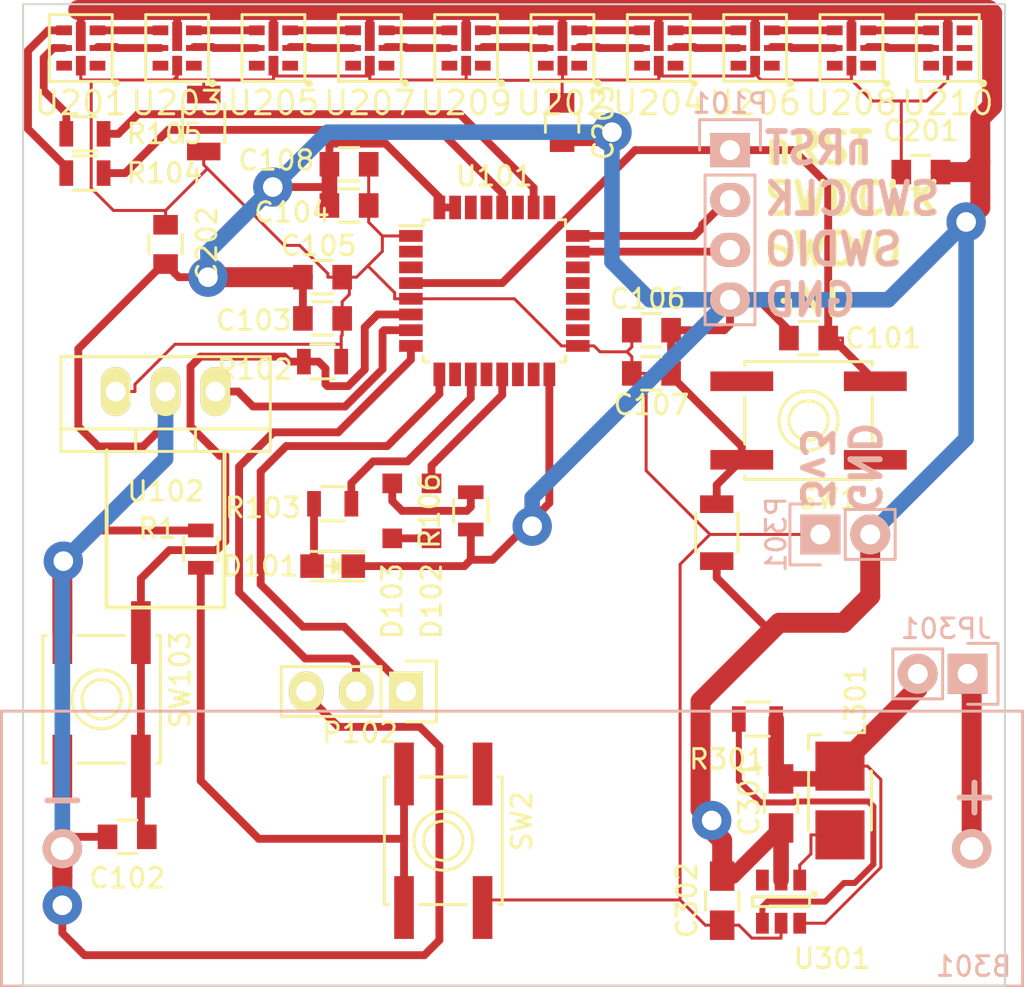
<source format=kicad_pcb>
(kicad_pcb (version 20171130) (host pcbnew "(5.1.12)-1")

  (general
    (thickness 1.6)
    (drawings 7)
    (tracks 506)
    (zones 0)
    (modules 47)
    (nets 83)
  )

  (page A4)
  (layers
    (0 Top_Copper signal)
    (31 Bottom_Copper signal)
    (32 B.Adhes user hide)
    (33 F.Adhes user hide)
    (34 B.Paste user hide)
    (35 F.Paste user hide)
    (36 B.SilkS user hide)
    (37 F.SilkS user hide)
    (38 B.Mask user hide)
    (39 F.Mask user hide)
    (40 Dwgs.User user hide)
    (41 Cmts.User user hide)
    (42 Eco1.User user hide)
    (43 Eco2.User user hide)
    (44 Edge.Cuts user)
    (45 Margin user hide)
    (46 B.CrtYd user hide)
    (47 F.CrtYd user hide)
    (48 B.Fab user hide)
    (49 F.Fab user hide)
  )

  (setup
    (last_trace_width 0.1524)
    (user_trace_width 0.1524)
    (user_trace_width 0.3048)
    (user_trace_width 0.4)
    (user_trace_width 0.79375)
    (user_trace_width 1.016)
    (trace_clearance 0.1524)
    (zone_clearance 1)
    (zone_45_only no)
    (trace_min 0.1524)
    (via_size 2)
    (via_drill 1)
    (via_min_size 0.6858)
    (via_min_drill 0.3302)
    (uvia_size 25.4)
    (uvia_drill 0)
    (uvias_allowed no)
    (uvia_min_size 0)
    (uvia_min_drill 0)
    (edge_width 0.15)
    (segment_width 0.2)
    (pcb_text_width 0.3)
    (pcb_text_size 1.5 1.5)
    (mod_edge_width 0.15)
    (mod_text_size 1 1)
    (mod_text_width 0.15)
    (pad_size 2.49936 1.50114)
    (pad_drill 1.00076)
    (pad_to_mask_clearance 0.2)
    (aux_axis_origin 0 0)
    (visible_elements 7FFFFFFF)
    (pcbplotparams
      (layerselection 0x01030_80000001)
      (usegerberextensions true)
      (usegerberattributes true)
      (usegerberadvancedattributes true)
      (creategerberjobfile true)
      (excludeedgelayer true)
      (linewidth 0.100000)
      (plotframeref false)
      (viasonmask false)
      (mode 1)
      (useauxorigin false)
      (hpglpennumber 1)
      (hpglpenspeed 20)
      (hpglpendiameter 15.000000)
      (psnegative false)
      (psa4output false)
      (plotreference true)
      (plotvalue true)
      (plotinvisibletext false)
      (padsonsilk false)
      (subtractmaskfromsilk false)
      (outputformat 1)
      (mirror false)
      (drillshape 0)
      (scaleselection 1)
      (outputdirectory "gerbers-two"))
  )

  (net 0 "")
  (net 1 GND)
  (net 2 +BATT)
  (net 3 /nRST)
  (net 4 /USER_BUTTON)
  (net 5 +3V3)
  (net 6 /Power/VIN)
  (net 7 "Net-(D101-Pad2)")
  (net 8 "Net-(D102-Pad1)")
  (net 9 /IR_TX)
  (net 10 "Net-(D103-Pad1)")
  (net 11 "Net-(L301-Pad2)")
  (net 12 /SWDCLK)
  (net 13 /SWDIO)
  (net 14 /USER_LED)
  (net 15 /LEDArray/MOSI-IN)
  (net 16 /LED_MOSI)
  (net 17 /LEDArray/SCK-IN)
  (net 18 /LED_CLK)
  (net 19 "Net-(R301-Pad2)")
  (net 20 "Net-(U101-Pad2)")
  (net 21 "Net-(U101-Pad3)")
  (net 22 "Net-(U101-Pad10)")
  (net 23 /IR_RX)
  (net 24 "Net-(U101-Pad12)")
  (net 25 "Net-(U101-Pad14)")
  (net 26 "Net-(U101-Pad15)")
  (net 27 "Net-(U101-Pad18)")
  (net 28 "Net-(U101-Pad19)")
  (net 29 "Net-(U101-Pad20)")
  (net 30 "Net-(U101-Pad21)")
  (net 31 "Net-(U101-Pad22)")
  (net 32 "Net-(U101-Pad25)")
  (net 33 "Net-(U101-Pad27)")
  (net 34 "Net-(U101-Pad29)")
  (net 35 "Net-(U101-Pad30)")
  (net 36 "Net-(U201-Pad2)")
  (net 37 "Net-(U201-Pad3)")
  (net 38 "Net-(U202-Pad5)")
  (net 39 "Net-(U202-Pad2)")
  (net 40 "Net-(U202-Pad4)")
  (net 41 "Net-(U202-Pad3)")
  (net 42 "Net-(U203-Pad2)")
  (net 43 "Net-(U203-Pad3)")
  (net 44 "Net-(U204-Pad2)")
  (net 45 "Net-(U204-Pad3)")
  (net 46 "Net-(U205-Pad2)")
  (net 47 "Net-(U205-Pad3)")
  (net 48 "Net-(U206-Pad2)")
  (net 49 "Net-(U206-Pad3)")
  (net 50 "Net-(U207-Pad2)")
  (net 51 "Net-(U207-Pad3)")
  (net 52 "Net-(U208-Pad2)")
  (net 53 "Net-(U208-Pad3)")
  (net 54 /LEDArray/SCK-OUT)
  (net 55 /LEDArray/MOSI-OUT)
  (net 56 "Net-(U301-Pad3)")
  (net 57 "Net-(R1-Pad1)")
  (net 58 /USART2_TX)
  (net 59 /USART2_RX)
  (net 60 "Net-(SW1-Pad4)")
  (net 61 "Net-(SW2-Pad1)")
  (net 62 "Net-(U201-Pad6)")
  (net 63 "Net-(U201-Pad1)")
  (net 64 "Net-(U202-Pad6)")
  (net 65 "Net-(U202-Pad1)")
  (net 66 "Net-(U203-Pad6)")
  (net 67 "Net-(U203-Pad1)")
  (net 68 "Net-(U204-Pad6)")
  (net 69 "Net-(U204-Pad1)")
  (net 70 "Net-(U205-Pad6)")
  (net 71 "Net-(U205-Pad1)")
  (net 72 "Net-(U206-Pad6)")
  (net 73 "Net-(U206-Pad1)")
  (net 74 "Net-(U207-Pad6)")
  (net 75 "Net-(U207-Pad1)")
  (net 76 "Net-(U208-Pad6)")
  (net 77 "Net-(U208-Pad1)")
  (net 78 "Net-(U209-Pad6)")
  (net 79 "Net-(U209-Pad1)")
  (net 80 "Net-(U210-Pad6)")
  (net 81 "Net-(U210-Pad1)")
  (net 82 "Net-(SW1-Pad1)")

  (net_class Default "This is the default net class."
    (clearance 0.1524)
    (trace_width 0.1524)
    (via_dia 2)
    (via_drill 1)
    (uvia_dia 25.4)
    (uvia_drill 0)
    (add_net +3V3)
    (add_net +BATT)
    (add_net /IR_RX)
    (add_net /IR_TX)
    (add_net /LEDArray/MOSI-IN)
    (add_net /LEDArray/MOSI-OUT)
    (add_net /LEDArray/SCK-IN)
    (add_net /LEDArray/SCK-OUT)
    (add_net /LED_CLK)
    (add_net /LED_MOSI)
    (add_net /Power/VIN)
    (add_net /SWDCLK)
    (add_net /SWDIO)
    (add_net /USART2_RX)
    (add_net /USART2_TX)
    (add_net /USER_BUTTON)
    (add_net /USER_LED)
    (add_net /nRST)
    (add_net GND)
    (add_net "Net-(D101-Pad2)")
    (add_net "Net-(D102-Pad1)")
    (add_net "Net-(D103-Pad1)")
    (add_net "Net-(L301-Pad2)")
    (add_net "Net-(R1-Pad1)")
    (add_net "Net-(R301-Pad2)")
    (add_net "Net-(SW1-Pad1)")
    (add_net "Net-(SW1-Pad4)")
    (add_net "Net-(SW2-Pad1)")
    (add_net "Net-(U101-Pad10)")
    (add_net "Net-(U101-Pad12)")
    (add_net "Net-(U101-Pad14)")
    (add_net "Net-(U101-Pad15)")
    (add_net "Net-(U101-Pad18)")
    (add_net "Net-(U101-Pad19)")
    (add_net "Net-(U101-Pad2)")
    (add_net "Net-(U101-Pad20)")
    (add_net "Net-(U101-Pad21)")
    (add_net "Net-(U101-Pad22)")
    (add_net "Net-(U101-Pad25)")
    (add_net "Net-(U101-Pad27)")
    (add_net "Net-(U101-Pad29)")
    (add_net "Net-(U101-Pad3)")
    (add_net "Net-(U101-Pad30)")
    (add_net "Net-(U201-Pad1)")
    (add_net "Net-(U201-Pad2)")
    (add_net "Net-(U201-Pad3)")
    (add_net "Net-(U201-Pad6)")
    (add_net "Net-(U202-Pad1)")
    (add_net "Net-(U202-Pad2)")
    (add_net "Net-(U202-Pad3)")
    (add_net "Net-(U202-Pad4)")
    (add_net "Net-(U202-Pad5)")
    (add_net "Net-(U202-Pad6)")
    (add_net "Net-(U203-Pad1)")
    (add_net "Net-(U203-Pad2)")
    (add_net "Net-(U203-Pad3)")
    (add_net "Net-(U203-Pad6)")
    (add_net "Net-(U204-Pad1)")
    (add_net "Net-(U204-Pad2)")
    (add_net "Net-(U204-Pad3)")
    (add_net "Net-(U204-Pad6)")
    (add_net "Net-(U205-Pad1)")
    (add_net "Net-(U205-Pad2)")
    (add_net "Net-(U205-Pad3)")
    (add_net "Net-(U205-Pad6)")
    (add_net "Net-(U206-Pad1)")
    (add_net "Net-(U206-Pad2)")
    (add_net "Net-(U206-Pad3)")
    (add_net "Net-(U206-Pad6)")
    (add_net "Net-(U207-Pad1)")
    (add_net "Net-(U207-Pad2)")
    (add_net "Net-(U207-Pad3)")
    (add_net "Net-(U207-Pad6)")
    (add_net "Net-(U208-Pad1)")
    (add_net "Net-(U208-Pad2)")
    (add_net "Net-(U208-Pad3)")
    (add_net "Net-(U208-Pad6)")
    (add_net "Net-(U209-Pad1)")
    (add_net "Net-(U209-Pad6)")
    (add_net "Net-(U210-Pad1)")
    (add_net "Net-(U210-Pad6)")
    (add_net "Net-(U301-Pad3)")
  )

  (net_class General ""
    (clearance 0.4)
    (trace_width 0.4)
    (via_dia 0.6858)
    (via_drill 0.3302)
    (uvia_dia 25.4)
    (uvia_drill 0)
  )

  (module Resistors_SMD:R_1206 (layer Top_Copper) (tedit 589FBA07) (tstamp 58A5E112)
    (at 179.324 84.91 90)
    (descr "Resistor SMD 1206, reflow soldering, Vishay (see dcrcw.pdf)")
    (tags "resistor 1206")
    (attr smd)
    (fp_text reference REFa** (at 0 -2.3 90) (layer F.SilkS) hide
      (effects (font (size 1 1) (thickness 0.15)))
    )
    (fp_text value R_1206 (at -0.053 -1.778 270) (layer F.Fab)
      (effects (font (size 1 1) (thickness 0.15)))
    )
    (fp_line (start -2.2 -1.2) (end 2.2 -1.2) (layer F.CrtYd) (width 0.05))
    (fp_line (start -2.2 1.2) (end 2.2 1.2) (layer F.CrtYd) (width 0.05))
    (fp_line (start -2.2 -1.2) (end -2.2 1.2) (layer F.CrtYd) (width 0.05))
    (fp_line (start 2.2 -1.2) (end 2.2 1.2) (layer F.CrtYd) (width 0.05))
    (fp_line (start 1 1.075) (end -1 1.075) (layer F.SilkS) (width 0.15))
    (fp_line (start -1 -1.075) (end 1 -1.075) (layer F.SilkS) (width 0.15))
    (pad 1 smd rect (at -1.45 0 90) (size 0.9 1.7) (layers Top_Copper F.Paste F.Mask)
      (net 1 GND))
    (pad 1 smd rect (at 1.45 0 90) (size 0.9 1.7) (layers Top_Copper F.Paste F.Mask)
      (net 1 GND))
    (model Resistors_SMD.3dshapes/R_1206.wrl
      (at (xyz 0 0 0))
      (scale (xyz 1 1 1))
      (rotate (xyz 0 0 0))
    )
  )

  (module Capacitors_SMD:C_0805 (layer Top_Copper) (tedit 5415D6EA) (tstamp 589F9BEE)
    (at 160.6 66.15 180)
    (descr "Capacitor SMD 0805, reflow soldering, AVX (see smccp.pdf)")
    (tags "capacitor 0805")
    (path /589FBA2B)
    (attr smd)
    (fp_text reference C108 (at 3.7 0.2) (layer F.SilkS)
      (effects (font (size 1 1) (thickness 0.15)))
    )
    (fp_text value 100nF (at 1.25 3.25 270) (layer F.Fab)
      (effects (font (size 1 1) (thickness 0.15)))
    )
    (fp_line (start -1.8 -1) (end 1.8 -1) (layer F.CrtYd) (width 0.05))
    (fp_line (start -1.8 1) (end 1.8 1) (layer F.CrtYd) (width 0.05))
    (fp_line (start -1.8 -1) (end -1.8 1) (layer F.CrtYd) (width 0.05))
    (fp_line (start 1.8 -1) (end 1.8 1) (layer F.CrtYd) (width 0.05))
    (fp_line (start 0.5 -0.85) (end -0.5 -0.85) (layer F.SilkS) (width 0.15))
    (fp_line (start -0.5 0.85) (end 0.5 0.85) (layer F.SilkS) (width 0.15))
    (pad 1 smd rect (at -1 0 180) (size 1 1.25) (layers Top_Copper F.Paste F.Mask)
      (net 5 +3V3))
    (pad 2 smd rect (at 1 0 180) (size 1 1.25) (layers Top_Copper F.Paste F.Mask)
      (net 1 GND))
    (model Capacitors_SMD.3dshapes/C_0805.wrl
      (at (xyz 0 0 0))
      (scale (xyz 1 1 1))
      (rotate (xyz 0 0 0))
    )
  )

  (module "Borgel Custom:TO-220_Neutral123_Vertical_LayDown" (layer Top_Copper) (tedit 0) (tstamp 589ADA81)
    (at 151.257 77.724 180)
    (descr "TO-220, Neutral, Vertical,")
    (tags "TO-220, Neutral, Vertical,")
    (path /589AB163)
    (fp_text reference U102 (at 0 -5.08 180) (layer F.SilkS)
      (effects (font (size 1 1) (thickness 0.15)))
    )
    (fp_text value TSSP58P38 (at 0.04 -3.5 180) (layer F.Fab)
      (effects (font (size 1 1) (thickness 0.15)))
    )
    (fp_line (start -3 -11) (end -3 -3) (layer F.SilkS) (width 0.2))
    (fp_line (start 3 -11) (end 3 -3) (layer F.SilkS) (width 0.2))
    (fp_line (start 3 -11) (end -3 -11) (layer F.SilkS) (width 0.2))
    (fp_line (start -1.524 -3.048) (end -1.524 -1.905) (layer F.SilkS) (width 0.15))
    (fp_line (start 1.524 -3.048) (end 1.524 -1.905) (layer F.SilkS) (width 0.15))
    (fp_line (start 5.334 -1.905) (end 5.334 1.778) (layer F.SilkS) (width 0.15))
    (fp_line (start 5.334 1.778) (end -5.334 1.778) (layer F.SilkS) (width 0.15))
    (fp_line (start -5.334 1.778) (end -5.334 -1.905) (layer F.SilkS) (width 0.15))
    (fp_line (start 5.334 -3.048) (end 5.334 -1.905) (layer F.SilkS) (width 0.15))
    (fp_line (start 5.334 -1.905) (end -5.334 -1.905) (layer F.SilkS) (width 0.15))
    (fp_line (start -5.334 -1.905) (end -5.334 -3.048) (layer F.SilkS) (width 0.15))
    (fp_line (start 0 -3.048) (end -5.334 -3.048) (layer F.SilkS) (width 0.15))
    (fp_line (start 0 -3.048) (end 5.334 -3.048) (layer F.SilkS) (width 0.15))
    (pad 2 thru_hole oval (at 0 0 270) (size 2.49936 1.50114) (drill 1.00076) (layers *.Cu *.Mask F.SilkS)
      (net 1 GND))
    (pad 1 thru_hole oval (at -2.54 0 270) (size 2.49936 1.50114) (drill 1.00076) (layers *.Cu *.Mask F.SilkS)
      (net 23 /IR_RX))
    (pad 3 thru_hole oval (at 2.54 0 270) (size 2.49936 1.50114) (drill 1.00076) (layers *.Cu *.Mask F.SilkS)
      (net 5 +3V3))
    (model TO_SOT_Packages_THT.3dshapes/TO-220_Neutral123_Vertical.wrl
      (at (xyz 0 0 0))
      (scale (xyz 0.3937 0.3937 0.3937))
      (rotate (xyz 0 0 0))
    )
  )

  (module Resistors_SMD:R_1206 (layer Top_Copper) (tedit 589FB964) (tstamp 589FA8C2)
    (at 153.2 64.05 90)
    (descr "Resistor SMD 1206, reflow soldering, Vishay (see dcrcw.pdf)")
    (tags "resistor 1206")
    (attr smd)
    (fp_text reference REFt** (at 0 -2.3 90) (layer F.SilkS) hide
      (effects (font (size 1 1) (thickness 0.15)))
    )
    (fp_text value R_1206 (at 1.4 -4.2 180) (layer F.Fab)
      (effects (font (size 1 1) (thickness 0.15)))
    )
    (fp_line (start -2.2 -1.2) (end 2.2 -1.2) (layer F.CrtYd) (width 0.05))
    (fp_line (start -2.2 1.2) (end 2.2 1.2) (layer F.CrtYd) (width 0.05))
    (fp_line (start -2.2 -1.2) (end -2.2 1.2) (layer F.CrtYd) (width 0.05))
    (fp_line (start 2.2 -1.2) (end 2.2 1.2) (layer F.CrtYd) (width 0.05))
    (fp_line (start 1 1.075) (end -1 1.075) (layer F.SilkS) (width 0.15))
    (fp_line (start -1 -1.075) (end 1 -1.075) (layer F.SilkS) (width 0.15))
    (pad 1 smd rect (at -1.45 0 90) (size 0.9 1.7) (layers Top_Copper F.Paste F.Mask)
      (net 5 +3V3))
    (pad 2 smd rect (at 1.45 0 90) (size 0.9 1.7) (layers Top_Copper F.Paste F.Mask)
      (net 5 +3V3))
    (model Resistors_SMD.3dshapes/R_1206.wrl
      (at (xyz 0 0 0))
      (scale (xyz 1 1 1))
      (rotate (xyz 0 0 0))
    )
  )

  (module "Borgel Custom:BCAAAPC" locked (layer Bottom_Copper) (tedit 58313D6F) (tstamp 589AB594)
    (at 168.9 101 180)
    (path /589ACC17/589ACFC3)
    (fp_text reference B301 (at -23.5 -6 180) (layer B.SilkS)
      (effects (font (size 1 1) (thickness 0.15)) (justify mirror))
    )
    (fp_text value BCAAAPC (at 0 6 180) (layer B.Fab)
      (effects (font (size 1 1) (thickness 0.15)) (justify mirror))
    )
    (fp_line (start -26 7) (end 26 7) (layer B.SilkS) (width 0.15))
    (fp_line (start 26 7) (end 26 -7) (layer B.SilkS) (width 0.15))
    (fp_line (start 26 -7) (end -26 -7) (layer B.SilkS) (width 0.15))
    (fp_line (start -26 -7) (end -26 7) (layer B.SilkS) (width 0.15))
    (fp_text user - (at 22.9 2.6 180) (layer B.SilkS)
      (effects (font (size 2 2) (thickness 0.3)) (justify mirror))
    )
    (fp_text user + (at -23.4 2.6 90) (layer B.SilkS)
      (effects (font (size 2 2) (thickness 0.3)) (justify mirror))
    )
    (pad 2 thru_hole circle (at 22.9 0 180) (size 2 2) (drill 1.17) (layers *.Cu *.Mask B.SilkS)
      (net 1 GND))
    (pad 1 thru_hole circle (at -23.405 0 180) (size 2 2) (drill 1.17) (layers *.Cu *.Mask B.SilkS)
      (net 2 +BATT))
  )

  (module Capacitors_SMD:C_0805 (layer Top_Copper) (tedit 5415D6EA) (tstamp 589AB59A)
    (at 184 75 180)
    (descr "Capacitor SMD 0805, reflow soldering, AVX (see smccp.pdf)")
    (tags "capacitor 0805")
    (path /58732502)
    (attr smd)
    (fp_text reference C101 (at -3.8 0 180) (layer F.SilkS)
      (effects (font (size 1 1) (thickness 0.15)))
    )
    (fp_text value 0.1µF (at -4.2 0.2 180) (layer F.Fab)
      (effects (font (size 1 1) (thickness 0.15)))
    )
    (fp_line (start -1.8 -1) (end 1.8 -1) (layer F.CrtYd) (width 0.05))
    (fp_line (start -1.8 1) (end 1.8 1) (layer F.CrtYd) (width 0.05))
    (fp_line (start -1.8 -1) (end -1.8 1) (layer F.CrtYd) (width 0.05))
    (fp_line (start 1.8 -1) (end 1.8 1) (layer F.CrtYd) (width 0.05))
    (fp_line (start 0.5 -0.85) (end -0.5 -0.85) (layer F.SilkS) (width 0.15))
    (fp_line (start -0.5 0.85) (end 0.5 0.85) (layer F.SilkS) (width 0.15))
    (pad 1 smd rect (at -1 0 180) (size 1 1.25) (layers Top_Copper F.Paste F.Mask)
      (net 3 /nRST))
    (pad 2 smd rect (at 1 0 180) (size 1 1.25) (layers Top_Copper F.Paste F.Mask)
      (net 1 GND))
    (model Capacitors_SMD.3dshapes/C_0805.wrl
      (at (xyz 0 0 0))
      (scale (xyz 1 1 1))
      (rotate (xyz 0 0 0))
    )
  )

  (module Capacitors_SMD:C_0805 (layer Top_Copper) (tedit 5415D6EA) (tstamp 589AB5A0)
    (at 149.3 100.4 180)
    (descr "Capacitor SMD 0805, reflow soldering, AVX (see smccp.pdf)")
    (tags "capacitor 0805")
    (path /589AE0EE)
    (attr smd)
    (fp_text reference C102 (at 0 -2.1 180) (layer F.SilkS)
      (effects (font (size 1 1) (thickness 0.15)))
    )
    (fp_text value 0.1µF (at 0 2.1 180) (layer F.Fab)
      (effects (font (size 1 1) (thickness 0.15)))
    )
    (fp_line (start -1.8 -1) (end 1.8 -1) (layer F.CrtYd) (width 0.05))
    (fp_line (start -1.8 1) (end 1.8 1) (layer F.CrtYd) (width 0.05))
    (fp_line (start -1.8 -1) (end -1.8 1) (layer F.CrtYd) (width 0.05))
    (fp_line (start 1.8 -1) (end 1.8 1) (layer F.CrtYd) (width 0.05))
    (fp_line (start 0.5 -0.85) (end -0.5 -0.85) (layer F.SilkS) (width 0.15))
    (fp_line (start -0.5 0.85) (end 0.5 0.85) (layer F.SilkS) (width 0.15))
    (pad 1 smd rect (at -1 0 180) (size 1 1.25) (layers Top_Copper F.Paste F.Mask)
      (net 4 /USER_BUTTON))
    (pad 2 smd rect (at 1 0 180) (size 1 1.25) (layers Top_Copper F.Paste F.Mask)
      (net 1 GND))
    (model Capacitors_SMD.3dshapes/C_0805.wrl
      (at (xyz 0 0 0))
      (scale (xyz 1 1 1))
      (rotate (xyz 0 0 0))
    )
  )

  (module Capacitors_SMD:C_0805 (layer Top_Copper) (tedit 5415D6EA) (tstamp 589AB5A6)
    (at 159.25 74 180)
    (descr "Capacitor SMD 0805, reflow soldering, AVX (see smccp.pdf)")
    (tags "capacitor 0805")
    (path /586F1879)
    (attr smd)
    (fp_text reference C103 (at 3.5 -0.1 180) (layer F.SilkS)
      (effects (font (size 1 1) (thickness 0.15)))
    )
    (fp_text value 10nF (at 3.5 0 180) (layer F.Fab)
      (effects (font (size 1 1) (thickness 0.15)))
    )
    (fp_line (start -1.8 -1) (end 1.8 -1) (layer F.CrtYd) (width 0.05))
    (fp_line (start -1.8 1) (end 1.8 1) (layer F.CrtYd) (width 0.05))
    (fp_line (start -1.8 -1) (end -1.8 1) (layer F.CrtYd) (width 0.05))
    (fp_line (start 1.8 -1) (end 1.8 1) (layer F.CrtYd) (width 0.05))
    (fp_line (start 0.5 -0.85) (end -0.5 -0.85) (layer F.SilkS) (width 0.15))
    (fp_line (start -0.5 0.85) (end 0.5 0.85) (layer F.SilkS) (width 0.15))
    (pad 1 smd rect (at -1 0 180) (size 1 1.25) (layers Top_Copper F.Paste F.Mask)
      (net 5 +3V3))
    (pad 2 smd rect (at 1 0 180) (size 1 1.25) (layers Top_Copper F.Paste F.Mask)
      (net 1 GND))
    (model Capacitors_SMD.3dshapes/C_0805.wrl
      (at (xyz 0 0 0))
      (scale (xyz 1 1 1))
      (rotate (xyz 0 0 0))
    )
  )

  (module Capacitors_SMD:C_0805 (layer Top_Copper) (tedit 5415D6EA) (tstamp 589AB5AC)
    (at 160.6 68.25 180)
    (descr "Capacitor SMD 0805, reflow soldering, AVX (see smccp.pdf)")
    (tags "capacitor 0805")
    (path /586F18C6)
    (attr smd)
    (fp_text reference C104 (at 2.9 -0.35 180) (layer F.SilkS)
      (effects (font (size 1 1) (thickness 0.15)))
    )
    (fp_text value 10µF (at 4.1 -0.05) (layer F.Fab)
      (effects (font (size 1 1) (thickness 0.15)))
    )
    (fp_line (start -1.8 -1) (end 1.8 -1) (layer F.CrtYd) (width 0.05))
    (fp_line (start -1.8 1) (end 1.8 1) (layer F.CrtYd) (width 0.05))
    (fp_line (start -1.8 -1) (end -1.8 1) (layer F.CrtYd) (width 0.05))
    (fp_line (start 1.8 -1) (end 1.8 1) (layer F.CrtYd) (width 0.05))
    (fp_line (start 0.5 -0.85) (end -0.5 -0.85) (layer F.SilkS) (width 0.15))
    (fp_line (start -0.5 0.85) (end 0.5 0.85) (layer F.SilkS) (width 0.15))
    (pad 1 smd rect (at -1 0 180) (size 1 1.25) (layers Top_Copper F.Paste F.Mask)
      (net 5 +3V3))
    (pad 2 smd rect (at 1 0 180) (size 1 1.25) (layers Top_Copper F.Paste F.Mask)
      (net 1 GND))
    (model Capacitors_SMD.3dshapes/C_0805.wrl
      (at (xyz 0 0 0))
      (scale (xyz 1 1 1))
      (rotate (xyz 0 0 0))
    )
  )

  (module Capacitors_SMD:C_0805 (layer Top_Copper) (tedit 5415D6EA) (tstamp 589AB5B2)
    (at 159.25 71.9 180)
    (descr "Capacitor SMD 0805, reflow soldering, AVX (see smccp.pdf)")
    (tags "capacitor 0805")
    (path /586F1A40)
    (attr smd)
    (fp_text reference C105 (at 0.2 1.6 180) (layer F.SilkS)
      (effects (font (size 1 1) (thickness 0.15)))
    )
    (fp_text value 1µF (at 3.2 -0.2 180) (layer F.Fab)
      (effects (font (size 1 1) (thickness 0.15)))
    )
    (fp_line (start -1.8 -1) (end 1.8 -1) (layer F.CrtYd) (width 0.05))
    (fp_line (start -1.8 1) (end 1.8 1) (layer F.CrtYd) (width 0.05))
    (fp_line (start -1.8 -1) (end -1.8 1) (layer F.CrtYd) (width 0.05))
    (fp_line (start 1.8 -1) (end 1.8 1) (layer F.CrtYd) (width 0.05))
    (fp_line (start 0.5 -0.85) (end -0.5 -0.85) (layer F.SilkS) (width 0.15))
    (fp_line (start -0.5 0.85) (end 0.5 0.85) (layer F.SilkS) (width 0.15))
    (pad 1 smd rect (at -1 0 180) (size 1 1.25) (layers Top_Copper F.Paste F.Mask)
      (net 5 +3V3))
    (pad 2 smd rect (at 1 0 180) (size 1 1.25) (layers Top_Copper F.Paste F.Mask)
      (net 1 GND))
    (model Capacitors_SMD.3dshapes/C_0805.wrl
      (at (xyz 0 0 0))
      (scale (xyz 1 1 1))
      (rotate (xyz 0 0 0))
    )
  )

  (module Capacitors_SMD:C_0805_HandSoldering (layer Top_Copper) (tedit 541A9B8D) (tstamp 589AB5B8)
    (at 182.6 98.7 270)
    (descr "Capacitor SMD 0805, hand soldering")
    (tags "capacitor 0805")
    (path /589ACC17/589ACFA6)
    (attr smd)
    (fp_text reference C301 (at -0.275 1.625 270) (layer F.SilkS)
      (effects (font (size 1 1) (thickness 0.15)))
    )
    (fp_text value 4.7uF (at -0.148 1.625 270) (layer F.Fab)
      (effects (font (size 1 1) (thickness 0.15)))
    )
    (fp_line (start -2.3 -1) (end 2.3 -1) (layer F.CrtYd) (width 0.05))
    (fp_line (start -2.3 1) (end 2.3 1) (layer F.CrtYd) (width 0.05))
    (fp_line (start -2.3 -1) (end -2.3 1) (layer F.CrtYd) (width 0.05))
    (fp_line (start 2.3 -1) (end 2.3 1) (layer F.CrtYd) (width 0.05))
    (fp_line (start 0.5 -0.85) (end -0.5 -0.85) (layer F.SilkS) (width 0.15))
    (fp_line (start -0.5 0.85) (end 0.5 0.85) (layer F.SilkS) (width 0.15))
    (pad 1 smd rect (at -1.25 0 270) (size 1.5 1.25) (layers Top_Copper F.Paste F.Mask)
      (net 6 /Power/VIN))
    (pad 2 smd rect (at 1.25 0 270) (size 1.5 1.25) (layers Top_Copper F.Paste F.Mask)
      (net 1 GND))
    (model Capacitors_SMD.3dshapes/C_0805_HandSoldering.wrl
      (at (xyz 0 0 0))
      (scale (xyz 1 1 1))
      (rotate (xyz 0 0 0))
    )
  )

  (module Capacitors_SMD:C_0805_HandSoldering (layer Top_Copper) (tedit 541A9B8D) (tstamp 589AB5BE)
    (at 179.6 103.65 90)
    (descr "Capacitor SMD 0805, hand soldering")
    (tags "capacitor 0805")
    (path /589ACC17/589ACFA7)
    (attr smd)
    (fp_text reference C302 (at 0.018 -1.8 90) (layer F.SilkS)
      (effects (font (size 1 1) (thickness 0.15)))
    )
    (fp_text value 4.7uF (at -4.808 -2.181 90) (layer F.Fab)
      (effects (font (size 1 1) (thickness 0.15)))
    )
    (fp_line (start -2.3 -1) (end 2.3 -1) (layer F.CrtYd) (width 0.05))
    (fp_line (start -2.3 1) (end 2.3 1) (layer F.CrtYd) (width 0.05))
    (fp_line (start -2.3 -1) (end -2.3 1) (layer F.CrtYd) (width 0.05))
    (fp_line (start 2.3 -1) (end 2.3 1) (layer F.CrtYd) (width 0.05))
    (fp_line (start 0.5 -0.85) (end -0.5 -0.85) (layer F.SilkS) (width 0.15))
    (fp_line (start -0.5 0.85) (end 0.5 0.85) (layer F.SilkS) (width 0.15))
    (pad 1 smd rect (at -1.25 0 90) (size 1.5 1.25) (layers Top_Copper F.Paste F.Mask)
      (net 5 +3V3))
    (pad 2 smd rect (at 1.25 0 90) (size 1.5 1.25) (layers Top_Copper F.Paste F.Mask)
      (net 1 GND))
    (model Capacitors_SMD.3dshapes/C_0805_HandSoldering.wrl
      (at (xyz 0 0 0))
      (scale (xyz 1 1 1))
      (rotate (xyz 0 0 0))
    )
  )

  (module LEDs:LED_0805 (layer Top_Copper) (tedit 55BDE1C2) (tstamp 589AB5C4)
    (at 159.766 86.614 180)
    (descr "LED 0805 smd package")
    (tags "LED 0805 SMD")
    (path /589AB5E7)
    (attr smd)
    (fp_text reference D101 (at 3.683 0 180) (layer F.SilkS)
      (effects (font (size 1 1) (thickness 0.15)))
    )
    (fp_text value USER_LED (at 0.254 -1.651 180) (layer F.Fab)
      (effects (font (size 1 1) (thickness 0.15)))
    )
    (fp_line (start -1.6 0.75) (end 1.1 0.75) (layer F.SilkS) (width 0.15))
    (fp_line (start -1.6 -0.75) (end 1.1 -0.75) (layer F.SilkS) (width 0.15))
    (fp_line (start -0.1 0.15) (end -0.1 -0.1) (layer F.SilkS) (width 0.15))
    (fp_line (start -0.1 -0.1) (end -0.25 0.05) (layer F.SilkS) (width 0.15))
    (fp_line (start -0.35 -0.35) (end -0.35 0.35) (layer F.SilkS) (width 0.15))
    (fp_line (start 0 0) (end 0.35 0) (layer F.SilkS) (width 0.15))
    (fp_line (start -0.35 0) (end 0 -0.35) (layer F.SilkS) (width 0.15))
    (fp_line (start 0 -0.35) (end 0 0.35) (layer F.SilkS) (width 0.15))
    (fp_line (start 0 0.35) (end -0.35 0) (layer F.SilkS) (width 0.15))
    (fp_line (start 1.9 -0.95) (end 1.9 0.95) (layer F.CrtYd) (width 0.05))
    (fp_line (start 1.9 0.95) (end -1.9 0.95) (layer F.CrtYd) (width 0.05))
    (fp_line (start -1.9 0.95) (end -1.9 -0.95) (layer F.CrtYd) (width 0.05))
    (fp_line (start -1.9 -0.95) (end 1.9 -0.95) (layer F.CrtYd) (width 0.05))
    (pad 2 smd rect (at 1.04902 0) (size 1.19888 1.19888) (layers Top_Copper F.Paste F.Mask)
      (net 7 "Net-(D101-Pad2)"))
    (pad 1 smd rect (at -1.04902 0) (size 1.19888 1.19888) (layers Top_Copper F.Paste F.Mask)
      (net 1 GND))
    (model LEDs.3dshapes/LED_0805.wrl
      (at (xyz 0 0 0))
      (scale (xyz 1 1 1))
      (rotate (xyz 0 0 0))
    )
  )

  (module "Borgel Custom:Everlight-IR12-21C-TR8" (layer Top_Copper) (tedit 589ABF58) (tstamp 589AB5CA)
    (at 164.8 83.8 90)
    (path /589AB08F)
    (fp_text reference D102 (at -4.6 0 90) (layer F.SilkS)
      (effects (font (size 1 1) (thickness 0.15)))
    )
    (fp_text value IR12-21C/TR8 (at 1 -2 90) (layer F.Fab) hide
      (effects (font (size 1 1) (thickness 0.15)))
    )
    (pad 1 smd rect (at -1.4 0 90) (size 1 1) (layers Top_Copper F.Paste F.Mask)
      (net 8 "Net-(D102-Pad1)"))
    (pad 2 smd rect (at 1.4 0 90) (size 1 1) (layers Top_Copper F.Paste F.Mask)
      (net 9 /IR_TX))
  )

  (module "Borgel Custom:Everlight-IR12-21C-TR8" (layer Top_Copper) (tedit 5873140F) (tstamp 589AB5D0)
    (at 162.8 83.8 270)
    (path /589AB112)
    (fp_text reference D103 (at 4.6 0 270) (layer F.SilkS)
      (effects (font (size 1 1) (thickness 0.15)))
    )
    (fp_text value IR12-21C/TR8 (at 2.9 -6.3 180) (layer F.Fab)
      (effects (font (size 1 1) (thickness 0.15)))
    )
    (pad 1 smd rect (at -1.4 0 270) (size 1 1) (layers Top_Copper F.Paste F.Mask)
      (net 10 "Net-(D103-Pad1)"))
    (pad 2 smd rect (at 1.4 0 270) (size 1 1) (layers Top_Copper F.Paste F.Mask)
      (net 8 "Net-(D102-Pad1)"))
  )

  (module Socket_Strips:Socket_Strip_Straight_1x02 (layer Bottom_Copper) (tedit 54E9F75E) (tstamp 589AB5D6)
    (at 192.1 92.1 180)
    (descr "Through hole socket strip")
    (tags "socket strip")
    (path /589ACC17/589ACFA5)
    (fp_text reference JP301 (at 1.1 2.3 180) (layer B.SilkS)
      (effects (font (size 1 1) (thickness 0.15)) (justify mirror))
    )
    (fp_text value JP_POWER (at 0 3.1 180) (layer B.Fab)
      (effects (font (size 1 1) (thickness 0.15)) (justify mirror))
    )
    (fp_line (start -1.55 -1.55) (end 0 -1.55) (layer B.SilkS) (width 0.15))
    (fp_line (start 3.81 -1.27) (end 1.27 -1.27) (layer B.SilkS) (width 0.15))
    (fp_line (start -1.75 1.75) (end -1.75 -1.75) (layer B.CrtYd) (width 0.05))
    (fp_line (start 4.3 1.75) (end 4.3 -1.75) (layer B.CrtYd) (width 0.05))
    (fp_line (start -1.75 1.75) (end 4.3 1.75) (layer B.CrtYd) (width 0.05))
    (fp_line (start -1.75 -1.75) (end 4.3 -1.75) (layer B.CrtYd) (width 0.05))
    (fp_line (start 1.27 -1.27) (end 1.27 1.27) (layer B.SilkS) (width 0.15))
    (fp_line (start 0 1.55) (end -1.55 1.55) (layer B.SilkS) (width 0.15))
    (fp_line (start -1.55 1.55) (end -1.55 -1.55) (layer B.SilkS) (width 0.15))
    (fp_line (start 1.27 1.27) (end 3.81 1.27) (layer B.SilkS) (width 0.15))
    (fp_line (start 3.81 1.27) (end 3.81 -1.27) (layer B.SilkS) (width 0.15))
    (pad 1 thru_hole rect (at 0 0 180) (size 2.032 2.032) (drill 1.016) (layers *.Cu *.Mask B.SilkS)
      (net 2 +BATT))
    (pad 2 thru_hole oval (at 2.54 0 180) (size 2.032 2.032) (drill 1.016) (layers *.Cu *.Mask B.SilkS)
      (net 6 /Power/VIN))
    (model Socket_Strips.3dshapes/Socket_Strip_Straight_1x02.wrl
      (offset (xyz 1.269999980926514 0 0))
      (scale (xyz 1 1 1))
      (rotate (xyz 0 0 180))
    )
  )

  (module Inductors:Inductor_1212 (layer Top_Copper) (tedit 5652586A) (tstamp 589AB5DC)
    (at 185.6 98.55 270)
    (path /589ACC17/589ACFA8)
    (attr smd)
    (fp_text reference L301 (at -5.05 -0.8 270) (layer F.SilkS)
      (effects (font (size 1 1) (thickness 0.15)))
    )
    (fp_text value 4.7uH (at 0 -2.75 270) (layer F.Fab)
      (effects (font (size 1 1) (thickness 0.15)))
    )
    (fp_line (start -3.35 1.6) (end -3.35 0.95) (layer F.SilkS) (width 0.15))
    (fp_line (start -2.6 1.6) (end -3.35 1.6) (layer F.SilkS) (width 0.15))
    (fp_line (start -3.5 2) (end -3.5 -2) (layer F.CrtYd) (width 0.05))
    (fp_line (start 3.5 2) (end -3.5 2) (layer F.CrtYd) (width 0.05))
    (fp_line (start 3.5 -2) (end 3.5 2) (layer F.CrtYd) (width 0.05))
    (fp_line (start -3.5 -2) (end 3.5 -2) (layer F.CrtYd) (width 0.05))
    (fp_line (start 1.5 1.6) (end -1.5 1.6) (layer F.SilkS) (width 0.15))
    (fp_line (start -1.5 -1.6) (end 1.5 -1.6) (layer F.SilkS) (width 0.15))
    (pad 1 smd rect (at -1.75 0 270) (size 2.5 2.5) (layers Top_Copper F.Paste F.Mask)
      (net 6 /Power/VIN))
    (pad 2 smd rect (at 1.75 0 270) (size 2.5 2.5) (layers Top_Copper F.Paste F.Mask)
      (net 11 "Net-(L301-Pad2)"))
  )

  (module Pin_Headers:Pin_Header_Straight_1x04 (layer Bottom_Copper) (tedit 0) (tstamp 589AB5E4)
    (at 180 65.43 180)
    (descr "Through hole pin header")
    (tags "pin header")
    (path /587329F2)
    (fp_text reference P101 (at 0 2.38 180) (layer B.SilkS)
      (effects (font (size 1 1) (thickness 0.15)) (justify mirror))
    )
    (fp_text value PROG_HEADER (at 1.8 -3.57 90) (layer F.Fab)
      (effects (font (size 1 1) (thickness 0.15)))
    )
    (fp_line (start -1.75 1.75) (end -1.75 -9.4) (layer B.CrtYd) (width 0.05))
    (fp_line (start 1.75 1.75) (end 1.75 -9.4) (layer B.CrtYd) (width 0.05))
    (fp_line (start -1.75 1.75) (end 1.75 1.75) (layer B.CrtYd) (width 0.05))
    (fp_line (start -1.75 -9.4) (end 1.75 -9.4) (layer B.CrtYd) (width 0.05))
    (fp_line (start -1.27 -1.27) (end -1.27 -8.89) (layer B.SilkS) (width 0.15))
    (fp_line (start 1.27 -1.27) (end 1.27 -8.89) (layer B.SilkS) (width 0.15))
    (fp_line (start 1.55 1.55) (end 1.55 0) (layer B.SilkS) (width 0.15))
    (fp_line (start -1.27 -8.89) (end 1.27 -8.89) (layer B.SilkS) (width 0.15))
    (fp_line (start 1.27 -1.27) (end -1.27 -1.27) (layer B.SilkS) (width 0.15))
    (fp_line (start -1.55 0) (end -1.55 1.55) (layer B.SilkS) (width 0.15))
    (fp_line (start -1.55 1.55) (end 1.55 1.55) (layer B.SilkS) (width 0.15))
    (pad 1 thru_hole rect (at 0 0 180) (size 2.032 1.7272) (drill 1.016) (layers *.Cu *.Mask B.SilkS)
      (net 3 /nRST))
    (pad 2 thru_hole oval (at 0 -2.54 180) (size 2.032 1.7272) (drill 1.016) (layers *.Cu *.Mask B.SilkS)
      (net 12 /SWDCLK))
    (pad 3 thru_hole oval (at 0 -5.08 180) (size 2.032 1.7272) (drill 1.016) (layers *.Cu *.Mask B.SilkS)
      (net 13 /SWDIO))
    (pad 4 thru_hole oval (at 0 -7.62 180) (size 2.032 1.7272) (drill 1.016) (layers *.Cu *.Mask B.SilkS)
      (net 1 GND))
    (model Pin_Headers.3dshapes/Pin_Header_Straight_1x04.wrl
      (offset (xyz 0 -3.809999942779541 0))
      (scale (xyz 1 1 1))
      (rotate (xyz 0 0 90))
    )
  )

  (module Pin_Headers:Pin_Header_Straight_1x02 (layer Bottom_Copper) (tedit 54EA090C) (tstamp 589AB5EA)
    (at 184.6 85 270)
    (descr "Through hole pin header")
    (tags "pin header")
    (path /589ACC17/589AE4C2)
    (fp_text reference P301 (at 0 2.25 270) (layer B.SilkS)
      (effects (font (size 1 1) (thickness 0.15)) (justify mirror))
    )
    (fp_text value DBG_PWR (at 1.8 -1.34 180) (layer F.Fab)
      (effects (font (size 1 1) (thickness 0.15)))
    )
    (fp_line (start 1.27 -1.27) (end 1.27 -3.81) (layer B.SilkS) (width 0.15))
    (fp_line (start 1.55 1.55) (end 1.55 0) (layer B.SilkS) (width 0.15))
    (fp_line (start -1.75 1.75) (end -1.75 -4.3) (layer B.CrtYd) (width 0.05))
    (fp_line (start 1.75 1.75) (end 1.75 -4.3) (layer B.CrtYd) (width 0.05))
    (fp_line (start -1.75 1.75) (end 1.75 1.75) (layer B.CrtYd) (width 0.05))
    (fp_line (start -1.75 -4.3) (end 1.75 -4.3) (layer B.CrtYd) (width 0.05))
    (fp_line (start 1.27 -1.27) (end -1.27 -1.27) (layer B.SilkS) (width 0.15))
    (fp_line (start -1.55 0) (end -1.55 1.55) (layer B.SilkS) (width 0.15))
    (fp_line (start -1.55 1.55) (end 1.55 1.55) (layer B.SilkS) (width 0.15))
    (fp_line (start -1.27 -1.27) (end -1.27 -3.81) (layer B.SilkS) (width 0.15))
    (fp_line (start -1.27 -3.81) (end 1.27 -3.81) (layer B.SilkS) (width 0.15))
    (pad 1 thru_hole rect (at 0 0 270) (size 2.032 2.032) (drill 1.016) (layers *.Cu *.Mask B.SilkS)
      (net 5 +3V3))
    (pad 2 thru_hole oval (at 0 -2.54 270) (size 2.032 2.032) (drill 1.016) (layers *.Cu *.Mask B.SilkS)
      (net 1 GND))
    (model Pin_Headers.3dshapes/Pin_Header_Straight_1x02.wrl
      (offset (xyz 0 -1.269999980926514 0))
      (scale (xyz 1 1 1))
      (rotate (xyz 0 0 90))
    )
  )

  (module Resistors_SMD:R_0805 (layer Top_Copper) (tedit 5415CDEB) (tstamp 589AB5F0)
    (at 153.05 85.75 90)
    (descr "Resistor SMD 0805, reflow soldering, Vishay (see dcrcw.pdf)")
    (tags "resistor 0805")
    (path /589ABA18)
    (attr smd)
    (fp_text reference R1 (at 1.05 -2.2 180) (layer F.SilkS)
      (effects (font (size 1 1) (thickness 0.15)))
    )
    (fp_text value 10kΩ (at -0.15 -3.2 180) (layer F.Fab)
      (effects (font (size 1 1) (thickness 0.15)))
    )
    (fp_line (start -1.6 -1) (end 1.6 -1) (layer F.CrtYd) (width 0.05))
    (fp_line (start -1.6 1) (end 1.6 1) (layer F.CrtYd) (width 0.05))
    (fp_line (start -1.6 -1) (end -1.6 1) (layer F.CrtYd) (width 0.05))
    (fp_line (start 1.6 -1) (end 1.6 1) (layer F.CrtYd) (width 0.05))
    (fp_line (start 0.6 0.875) (end -0.6 0.875) (layer F.SilkS) (width 0.15))
    (fp_line (start -0.6 -0.875) (end 0.6 -0.875) (layer F.SilkS) (width 0.15))
    (pad 1 smd rect (at -0.95 0 90) (size 0.7 1.3) (layers Top_Copper F.Paste F.Mask)
      (net 57 "Net-(R1-Pad1)"))
    (pad 2 smd rect (at 0.95 0 90) (size 0.7 1.3) (layers Top_Copper F.Paste F.Mask)
      (net 1 GND))
    (model Resistors_SMD.3dshapes/R_0805.wrl
      (at (xyz 0 0 0))
      (scale (xyz 1 1 1))
      (rotate (xyz 0 0 0))
    )
  )

  (module Resistors_SMD:R_0805 (layer Top_Copper) (tedit 5415CDEB) (tstamp 589AB5F6)
    (at 159.25 76.2)
    (descr "Resistor SMD 0805, reflow soldering, Vishay (see dcrcw.pdf)")
    (tags "resistor 0805")
    (path /589AD24C)
    (attr smd)
    (fp_text reference R102 (at -3.45 0.4) (layer F.SilkS)
      (effects (font (size 1 1) (thickness 0.15)))
    )
    (fp_text value 10kΩ (at 0.15 1.4) (layer F.Fab)
      (effects (font (size 1 1) (thickness 0.15)))
    )
    (fp_line (start -1.6 -1) (end 1.6 -1) (layer F.CrtYd) (width 0.05))
    (fp_line (start -1.6 1) (end 1.6 1) (layer F.CrtYd) (width 0.05))
    (fp_line (start -1.6 -1) (end -1.6 1) (layer F.CrtYd) (width 0.05))
    (fp_line (start 1.6 -1) (end 1.6 1) (layer F.CrtYd) (width 0.05))
    (fp_line (start 0.6 0.875) (end -0.6 0.875) (layer F.SilkS) (width 0.15))
    (fp_line (start -0.6 -0.875) (end 0.6 -0.875) (layer F.SilkS) (width 0.15))
    (pad 1 smd rect (at -0.95 0) (size 0.7 1.3) (layers Top_Copper F.Paste F.Mask)
      (net 4 /USER_BUTTON))
    (pad 2 smd rect (at 0.95 0) (size 0.7 1.3) (layers Top_Copper F.Paste F.Mask)
      (net 5 +3V3))
    (model Resistors_SMD.3dshapes/R_0805.wrl
      (at (xyz 0 0 0))
      (scale (xyz 1 1 1))
      (rotate (xyz 0 0 0))
    )
  )

  (module Resistors_SMD:R_0805 (layer Top_Copper) (tedit 5415CDEB) (tstamp 589AB5FC)
    (at 159.766 83.439)
    (descr "Resistor SMD 0805, reflow soldering, Vishay (see dcrcw.pdf)")
    (tags "resistor 0805")
    (path /589AC8F3)
    (attr smd)
    (fp_text reference R103 (at -3.556 0.2) (layer F.SilkS)
      (effects (font (size 1 1) (thickness 0.15)))
    )
    (fp_text value 0Ω (at 2.032 0.381) (layer F.Fab)
      (effects (font (size 1 1) (thickness 0.15)))
    )
    (fp_line (start -1.6 -1) (end 1.6 -1) (layer F.CrtYd) (width 0.05))
    (fp_line (start -1.6 1) (end 1.6 1) (layer F.CrtYd) (width 0.05))
    (fp_line (start -1.6 -1) (end -1.6 1) (layer F.CrtYd) (width 0.05))
    (fp_line (start 1.6 -1) (end 1.6 1) (layer F.CrtYd) (width 0.05))
    (fp_line (start 0.6 0.875) (end -0.6 0.875) (layer F.SilkS) (width 0.15))
    (fp_line (start -0.6 -0.875) (end 0.6 -0.875) (layer F.SilkS) (width 0.15))
    (pad 1 smd rect (at -0.95 0) (size 0.7 1.3) (layers Top_Copper F.Paste F.Mask)
      (net 7 "Net-(D101-Pad2)"))
    (pad 2 smd rect (at 0.95 0) (size 0.7 1.3) (layers Top_Copper F.Paste F.Mask)
      (net 14 /USER_LED))
    (model Resistors_SMD.3dshapes/R_0805.wrl
      (at (xyz 0 0 0))
      (scale (xyz 1 1 1))
      (rotate (xyz 0 0 0))
    )
  )

  (module Resistors_SMD:R_0805 (layer Top_Copper) (tedit 5415CDEB) (tstamp 589AB602)
    (at 147.15 66.6)
    (descr "Resistor SMD 0805, reflow soldering, Vishay (see dcrcw.pdf)")
    (tags "resistor 0805")
    (path /589ACEE3)
    (attr smd)
    (fp_text reference R104 (at 4.05 0) (layer F.SilkS)
      (effects (font (size 1 1) (thickness 0.15)))
    )
    (fp_text value 0Ω (at -2.95 0) (layer F.Fab)
      (effects (font (size 1 1) (thickness 0.15)))
    )
    (fp_line (start -1.6 -1) (end 1.6 -1) (layer F.CrtYd) (width 0.05))
    (fp_line (start -1.6 1) (end 1.6 1) (layer F.CrtYd) (width 0.05))
    (fp_line (start -1.6 -1) (end -1.6 1) (layer F.CrtYd) (width 0.05))
    (fp_line (start 1.6 -1) (end 1.6 1) (layer F.CrtYd) (width 0.05))
    (fp_line (start 0.6 0.875) (end -0.6 0.875) (layer F.SilkS) (width 0.15))
    (fp_line (start -0.6 -0.875) (end 0.6 -0.875) (layer F.SilkS) (width 0.15))
    (pad 1 smd rect (at -0.95 0) (size 0.7 1.3) (layers Top_Copper F.Paste F.Mask)
      (net 15 /LEDArray/MOSI-IN))
    (pad 2 smd rect (at 0.95 0) (size 0.7 1.3) (layers Top_Copper F.Paste F.Mask)
      (net 16 /LED_MOSI))
    (model Resistors_SMD.3dshapes/R_0805.wrl
      (at (xyz 0 0 0))
      (scale (xyz 1 1 1))
      (rotate (xyz 0 0 0))
    )
  )

  (module Resistors_SMD:R_0805 (layer Top_Copper) (tedit 5415CDEB) (tstamp 589AB608)
    (at 147.15 64.6)
    (descr "Resistor SMD 0805, reflow soldering, Vishay (see dcrcw.pdf)")
    (tags "resistor 0805")
    (path /589ACD67)
    (attr smd)
    (fp_text reference R105 (at 4.05 0) (layer F.SilkS)
      (effects (font (size 1 1) (thickness 0.15)))
    )
    (fp_text value 0Ω (at -2.95 0) (layer F.Fab)
      (effects (font (size 1 1) (thickness 0.15)))
    )
    (fp_line (start -1.6 -1) (end 1.6 -1) (layer F.CrtYd) (width 0.05))
    (fp_line (start -1.6 1) (end 1.6 1) (layer F.CrtYd) (width 0.05))
    (fp_line (start -1.6 -1) (end -1.6 1) (layer F.CrtYd) (width 0.05))
    (fp_line (start 1.6 -1) (end 1.6 1) (layer F.CrtYd) (width 0.05))
    (fp_line (start 0.6 0.875) (end -0.6 0.875) (layer F.SilkS) (width 0.15))
    (fp_line (start -0.6 -0.875) (end 0.6 -0.875) (layer F.SilkS) (width 0.15))
    (pad 1 smd rect (at -0.95 0) (size 0.7 1.3) (layers Top_Copper F.Paste F.Mask)
      (net 17 /LEDArray/SCK-IN))
    (pad 2 smd rect (at 0.95 0) (size 0.7 1.3) (layers Top_Copper F.Paste F.Mask)
      (net 18 /LED_CLK))
    (model Resistors_SMD.3dshapes/R_0805.wrl
      (at (xyz 0 0 0))
      (scale (xyz 1 1 1))
      (rotate (xyz 0 0 0))
    )
  )

  (module Resistors_SMD:R_0805 (layer Top_Copper) (tedit 5415CDEB) (tstamp 589AB60E)
    (at 166.8 83.8 90)
    (descr "Resistor SMD 0805, reflow soldering, Vishay (see dcrcw.pdf)")
    (tags "resistor 0805")
    (path /589AC4B3)
    (attr smd)
    (fp_text reference R106 (at 0 -2.1 90) (layer F.SilkS)
      (effects (font (size 1 1) (thickness 0.15)))
    )
    (fp_text value 36Ω (at 1.5 1.55 90) (layer F.Fab)
      (effects (font (size 1 1) (thickness 0.15)))
    )
    (fp_line (start -1.6 -1) (end 1.6 -1) (layer F.CrtYd) (width 0.05))
    (fp_line (start -1.6 1) (end 1.6 1) (layer F.CrtYd) (width 0.05))
    (fp_line (start -1.6 -1) (end -1.6 1) (layer F.CrtYd) (width 0.05))
    (fp_line (start 1.6 -1) (end 1.6 1) (layer F.CrtYd) (width 0.05))
    (fp_line (start 0.6 0.875) (end -0.6 0.875) (layer F.SilkS) (width 0.15))
    (fp_line (start -0.6 -0.875) (end 0.6 -0.875) (layer F.SilkS) (width 0.15))
    (pad 1 smd rect (at -0.95 0 90) (size 0.7 1.3) (layers Top_Copper F.Paste F.Mask)
      (net 1 GND))
    (pad 2 smd rect (at 0.95 0 90) (size 0.7 1.3) (layers Top_Copper F.Paste F.Mask)
      (net 10 "Net-(D103-Pad1)"))
    (model Resistors_SMD.3dshapes/R_0805.wrl
      (at (xyz 0 0 0))
      (scale (xyz 1 1 1))
      (rotate (xyz 0 0 0))
    )
  )

  (module Resistors_SMD:R_0805 (layer Top_Copper) (tedit 5415CDEB) (tstamp 589AB614)
    (at 181.4 94.4 180)
    (descr "Resistor SMD 0805, reflow soldering, Vishay (see dcrcw.pdf)")
    (tags "resistor 0805")
    (path /589ACC17/589ACFBF)
    (attr smd)
    (fp_text reference R301 (at 1.55 -2.05 180) (layer F.SilkS)
      (effects (font (size 1 1) (thickness 0.15)))
    )
    (fp_text value 1MΩ (at 0 2.1 180) (layer F.Fab)
      (effects (font (size 1 1) (thickness 0.15)))
    )
    (fp_line (start -1.6 -1) (end 1.6 -1) (layer F.CrtYd) (width 0.05))
    (fp_line (start -1.6 1) (end 1.6 1) (layer F.CrtYd) (width 0.05))
    (fp_line (start -1.6 -1) (end -1.6 1) (layer F.CrtYd) (width 0.05))
    (fp_line (start 1.6 -1) (end 1.6 1) (layer F.CrtYd) (width 0.05))
    (fp_line (start 0.6 0.875) (end -0.6 0.875) (layer F.SilkS) (width 0.15))
    (fp_line (start -0.6 -0.875) (end 0.6 -0.875) (layer F.SilkS) (width 0.15))
    (pad 1 smd rect (at -0.95 0 180) (size 0.7 1.3) (layers Top_Copper F.Paste F.Mask)
      (net 6 /Power/VIN))
    (pad 2 smd rect (at 0.95 0 180) (size 0.7 1.3) (layers Top_Copper F.Paste F.Mask)
      (net 19 "Net-(R301-Pad2)"))
    (model Resistors_SMD.3dshapes/R_0805.wrl
      (at (xyz 0 0 0))
      (scale (xyz 1 1 1))
      (rotate (xyz 0 0 0))
    )
  )

  (module Housings_QFP:LQFP-32_7x7mm_Pitch0.8mm locked (layer Top_Copper) (tedit 54130A77) (tstamp 589AB650)
    (at 168 72.6)
    (descr "LQFP32: plastic low profile quad flat package; 32 leads; body 7 x 7 x 1.4 mm (see NXP sot358-1_po.pdf and sot358-1_fr.pdf)")
    (tags "QFP 0.8")
    (path /58731460)
    (attr smd)
    (fp_text reference U101 (at 0 -5.85) (layer F.SilkS)
      (effects (font (size 1 1) (thickness 0.15)))
    )
    (fp_text value STM32F051K8T6 (at 0 5.85) (layer F.Fab)
      (effects (font (size 1 1) (thickness 0.15)))
    )
    (fp_line (start -5.1 -5.1) (end -5.1 5.1) (layer F.CrtYd) (width 0.05))
    (fp_line (start 5.1 -5.1) (end 5.1 5.1) (layer F.CrtYd) (width 0.05))
    (fp_line (start -5.1 -5.1) (end 5.1 -5.1) (layer F.CrtYd) (width 0.05))
    (fp_line (start -5.1 5.1) (end 5.1 5.1) (layer F.CrtYd) (width 0.05))
    (fp_line (start -3.625 -3.625) (end -3.625 -3.325) (layer F.SilkS) (width 0.15))
    (fp_line (start 3.625 -3.625) (end 3.625 -3.325) (layer F.SilkS) (width 0.15))
    (fp_line (start 3.625 3.625) (end 3.625 3.325) (layer F.SilkS) (width 0.15))
    (fp_line (start -3.625 3.625) (end -3.625 3.325) (layer F.SilkS) (width 0.15))
    (fp_line (start -3.625 -3.625) (end -3.325 -3.625) (layer F.SilkS) (width 0.15))
    (fp_line (start -3.625 3.625) (end -3.325 3.625) (layer F.SilkS) (width 0.15))
    (fp_line (start 3.625 3.625) (end 3.325 3.625) (layer F.SilkS) (width 0.15))
    (fp_line (start 3.625 -3.625) (end 3.325 -3.625) (layer F.SilkS) (width 0.15))
    (fp_line (start -3.625 -3.325) (end -4.85 -3.325) (layer F.SilkS) (width 0.15))
    (pad 1 smd rect (at -4.25 -2.8) (size 1.2 0.6) (layers Top_Copper F.Paste F.Mask)
      (net 5 +3V3))
    (pad 2 smd rect (at -4.25 -2) (size 1.2 0.6) (layers Top_Copper F.Paste F.Mask)
      (net 20 "Net-(U101-Pad2)"))
    (pad 3 smd rect (at -4.25 -1.2) (size 1.2 0.6) (layers Top_Copper F.Paste F.Mask)
      (net 21 "Net-(U101-Pad3)"))
    (pad 4 smd rect (at -4.25 -0.4) (size 1.2 0.6) (layers Top_Copper F.Paste F.Mask)
      (net 3 /nRST))
    (pad 5 smd rect (at -4.25 0.4) (size 1.2 0.6) (layers Top_Copper F.Paste F.Mask)
      (net 5 +3V3))
    (pad 6 smd rect (at -4.25 1.2) (size 1.2 0.6) (layers Top_Copper F.Paste F.Mask)
      (net 4 /USER_BUTTON))
    (pad 7 smd rect (at -4.25 2) (size 1.2 0.6) (layers Top_Copper F.Paste F.Mask)
      (net 23 /IR_RX))
    (pad 8 smd rect (at -4.25 2.8) (size 1.2 0.6) (layers Top_Copper F.Paste F.Mask)
      (net 58 /USART2_TX))
    (pad 9 smd rect (at -2.8 4.25 90) (size 1.2 0.6) (layers Top_Copper F.Paste F.Mask)
      (net 59 /USART2_RX))
    (pad 10 smd rect (at -2 4.25 90) (size 1.2 0.6) (layers Top_Copper F.Paste F.Mask)
      (net 22 "Net-(U101-Pad10)"))
    (pad 11 smd rect (at -1.2 4.25 90) (size 1.2 0.6) (layers Top_Copper F.Paste F.Mask)
      (net 14 /USER_LED))
    (pad 12 smd rect (at -0.4 4.25 90) (size 1.2 0.6) (layers Top_Copper F.Paste F.Mask)
      (net 24 "Net-(U101-Pad12)"))
    (pad 13 smd rect (at 0.4 4.25 90) (size 1.2 0.6) (layers Top_Copper F.Paste F.Mask)
      (net 9 /IR_TX))
    (pad 14 smd rect (at 1.2 4.25 90) (size 1.2 0.6) (layers Top_Copper F.Paste F.Mask)
      (net 25 "Net-(U101-Pad14)"))
    (pad 15 smd rect (at 2 4.25 90) (size 1.2 0.6) (layers Top_Copper F.Paste F.Mask)
      (net 26 "Net-(U101-Pad15)"))
    (pad 16 smd rect (at 2.8 4.25 90) (size 1.2 0.6) (layers Top_Copper F.Paste F.Mask)
      (net 1 GND))
    (pad 17 smd rect (at 4.25 2.8) (size 1.2 0.6) (layers Top_Copper F.Paste F.Mask)
      (net 5 +3V3))
    (pad 18 smd rect (at 4.25 2) (size 1.2 0.6) (layers Top_Copper F.Paste F.Mask)
      (net 27 "Net-(U101-Pad18)"))
    (pad 19 smd rect (at 4.25 1.2) (size 1.2 0.6) (layers Top_Copper F.Paste F.Mask)
      (net 28 "Net-(U101-Pad19)"))
    (pad 20 smd rect (at 4.25 0.4) (size 1.2 0.6) (layers Top_Copper F.Paste F.Mask)
      (net 29 "Net-(U101-Pad20)"))
    (pad 21 smd rect (at 4.25 -0.4) (size 1.2 0.6) (layers Top_Copper F.Paste F.Mask)
      (net 30 "Net-(U101-Pad21)"))
    (pad 22 smd rect (at 4.25 -1.2) (size 1.2 0.6) (layers Top_Copper F.Paste F.Mask)
      (net 31 "Net-(U101-Pad22)"))
    (pad 23 smd rect (at 4.25 -2) (size 1.2 0.6) (layers Top_Copper F.Paste F.Mask)
      (net 13 /SWDIO))
    (pad 24 smd rect (at 4.25 -2.8) (size 1.2 0.6) (layers Top_Copper F.Paste F.Mask)
      (net 12 /SWDCLK))
    (pad 25 smd rect (at 2.8 -4.25 90) (size 1.2 0.6) (layers Top_Copper F.Paste F.Mask)
      (net 32 "Net-(U101-Pad25)"))
    (pad 26 smd rect (at 2 -4.25 90) (size 1.2 0.6) (layers Top_Copper F.Paste F.Mask)
      (net 18 /LED_CLK))
    (pad 27 smd rect (at 1.2 -4.25 90) (size 1.2 0.6) (layers Top_Copper F.Paste F.Mask)
      (net 33 "Net-(U101-Pad27)"))
    (pad 28 smd rect (at 0.4 -4.25 90) (size 1.2 0.6) (layers Top_Copper F.Paste F.Mask)
      (net 16 /LED_MOSI))
    (pad 29 smd rect (at -0.4 -4.25 90) (size 1.2 0.6) (layers Top_Copper F.Paste F.Mask)
      (net 34 "Net-(U101-Pad29)"))
    (pad 30 smd rect (at -1.2 -4.25 90) (size 1.2 0.6) (layers Top_Copper F.Paste F.Mask)
      (net 35 "Net-(U101-Pad30)"))
    (pad 31 smd rect (at -2 -4.25 90) (size 1.2 0.6) (layers Top_Copper F.Paste F.Mask)
      (net 1 GND))
    (pad 32 smd rect (at -2.8 -4.25 90) (size 1.2 0.6) (layers Top_Copper F.Paste F.Mask)
      (net 1 GND))
    (model Housings_QFP.3dshapes/LQFP-32_7x7mm_Pitch0.8mm.wrl
      (at (xyz 0 0 0))
      (scale (xyz 1 1 1))
      (rotate (xyz 0 0 0))
    )
  )

  (module TO_SOT_Packages_SMD:SOT-23-6 (layer Top_Copper) (tedit 53DE8DE3) (tstamp 589AB6D9)
    (at 182.6 103.7 270)
    (descr "6-pin SOT-23 package")
    (tags SOT-23-6)
    (path /589ACC17/589ACFAD)
    (attr smd)
    (fp_text reference U301 (at 2.9 -2.6) (layer F.SilkS)
      (effects (font (size 1 1) (thickness 0.15)))
    )
    (fp_text value AAT1217-3.3 (at 5.3 -1.2) (layer F.Fab)
      (effects (font (size 1 1) (thickness 0.15)))
    )
    (fp_circle (center -0.4 -1.7) (end -0.3 -1.7) (layer F.SilkS) (width 0.15))
    (fp_line (start 0.25 -1.45) (end -0.25 -1.45) (layer F.SilkS) (width 0.15))
    (fp_line (start 0.25 1.45) (end 0.25 -1.45) (layer F.SilkS) (width 0.15))
    (fp_line (start -0.25 1.45) (end 0.25 1.45) (layer F.SilkS) (width 0.15))
    (fp_line (start -0.25 -1.45) (end -0.25 1.45) (layer F.SilkS) (width 0.15))
    (pad 1 smd rect (at -1.1 -0.95 270) (size 1.06 0.65) (layers Top_Copper F.Paste F.Mask)
      (net 11 "Net-(L301-Pad2)"))
    (pad 2 smd rect (at -1.1 0 270) (size 1.06 0.65) (layers Top_Copper F.Paste F.Mask)
      (net 1 GND))
    (pad 3 smd rect (at -1.1 0.95 270) (size 1.06 0.65) (layers Top_Copper F.Paste F.Mask)
      (net 56 "Net-(U301-Pad3)"))
    (pad 4 smd rect (at 1.1 0.95 270) (size 1.06 0.65) (layers Top_Copper F.Paste F.Mask)
      (net 19 "Net-(R301-Pad2)"))
    (pad 6 smd rect (at 1.1 -0.95 270) (size 1.06 0.65) (layers Top_Copper F.Paste F.Mask)
      (net 6 /Power/VIN))
    (pad 5 smd rect (at 1.1 0 270) (size 1.06 0.65) (layers Top_Copper F.Paste F.Mask)
      (net 5 +3V3))
    (model TO_SOT_Packages_SMD.3dshapes/SOT-23-6.wrl
      (at (xyz 0 0 0))
      (scale (xyz 1 1 1))
      (rotate (xyz 0 0 0))
    )
  )

  (module Pin_Headers:Pin_Header_Straight_1x03 (layer Top_Copper) (tedit 0) (tstamp 589F9A41)
    (at 163.5 93 270)
    (descr "Through hole pin header")
    (tags "pin header")
    (path /589FA22D)
    (fp_text reference P102 (at 2.1 2.34) (layer F.SilkS)
      (effects (font (size 1 1) (thickness 0.15)))
    )
    (fp_text value USART2 (at 0.1 -5.96) (layer F.Fab)
      (effects (font (size 1 1) (thickness 0.15)))
    )
    (fp_line (start -1.75 -1.75) (end -1.75 6.85) (layer F.CrtYd) (width 0.05))
    (fp_line (start 1.75 -1.75) (end 1.75 6.85) (layer F.CrtYd) (width 0.05))
    (fp_line (start -1.75 -1.75) (end 1.75 -1.75) (layer F.CrtYd) (width 0.05))
    (fp_line (start -1.75 6.85) (end 1.75 6.85) (layer F.CrtYd) (width 0.05))
    (fp_line (start -1.27 1.27) (end -1.27 6.35) (layer F.SilkS) (width 0.15))
    (fp_line (start -1.27 6.35) (end 1.27 6.35) (layer F.SilkS) (width 0.15))
    (fp_line (start 1.27 6.35) (end 1.27 1.27) (layer F.SilkS) (width 0.15))
    (fp_line (start 1.55 -1.55) (end 1.55 0) (layer F.SilkS) (width 0.15))
    (fp_line (start 1.27 1.27) (end -1.27 1.27) (layer F.SilkS) (width 0.15))
    (fp_line (start -1.55 0) (end -1.55 -1.55) (layer F.SilkS) (width 0.15))
    (fp_line (start -1.55 -1.55) (end 1.55 -1.55) (layer F.SilkS) (width 0.15))
    (pad 1 thru_hole rect (at 0 0 270) (size 2.032 1.7272) (drill 1.016) (layers *.Cu *.Mask F.SilkS)
      (net 59 /USART2_RX))
    (pad 2 thru_hole oval (at 0 2.54 270) (size 2.032 1.7272) (drill 1.016) (layers *.Cu *.Mask F.SilkS)
      (net 58 /USART2_TX))
    (pad 3 thru_hole oval (at 0 5.08 270) (size 2.032 1.7272) (drill 1.016) (layers *.Cu *.Mask F.SilkS)
      (net 1 GND))
    (model Pin_Headers.3dshapes/Pin_Header_Straight_1x03.wrl
      (offset (xyz 0 -2.539999961853027 0))
      (scale (xyz 1 1 1))
      (rotate (xyz 0 0 90))
    )
  )

  (module Capacitors_SMD:C_0805 (layer Top_Copper) (tedit 5415D6EA) (tstamp 589F9BE2)
    (at 176 74.6)
    (descr "Capacitor SMD 0805, reflow soldering, AVX (see smccp.pdf)")
    (tags "capacitor 0805")
    (path /589FB086)
    (attr smd)
    (fp_text reference C106 (at -0.2 -1.6) (layer F.SilkS)
      (effects (font (size 1 1) (thickness 0.15)))
    )
    (fp_text value 10µF (at -0.75 -1.6) (layer F.Fab)
      (effects (font (size 1 1) (thickness 0.15)))
    )
    (fp_line (start -1.8 -1) (end 1.8 -1) (layer F.CrtYd) (width 0.05))
    (fp_line (start -1.8 1) (end 1.8 1) (layer F.CrtYd) (width 0.05))
    (fp_line (start -1.8 -1) (end -1.8 1) (layer F.CrtYd) (width 0.05))
    (fp_line (start 1.8 -1) (end 1.8 1) (layer F.CrtYd) (width 0.05))
    (fp_line (start 0.5 -0.85) (end -0.5 -0.85) (layer F.SilkS) (width 0.15))
    (fp_line (start -0.5 0.85) (end 0.5 0.85) (layer F.SilkS) (width 0.15))
    (pad 1 smd rect (at -1 0) (size 1 1.25) (layers Top_Copper F.Paste F.Mask)
      (net 5 +3V3))
    (pad 2 smd rect (at 1 0) (size 1 1.25) (layers Top_Copper F.Paste F.Mask)
      (net 1 GND))
    (model Capacitors_SMD.3dshapes/C_0805.wrl
      (at (xyz 0 0 0))
      (scale (xyz 1 1 1))
      (rotate (xyz 0 0 0))
    )
  )

  (module Capacitors_SMD:C_0805 (layer Top_Copper) (tedit 5415D6EA) (tstamp 589F9BE8)
    (at 176 76.8)
    (descr "Capacitor SMD 0805, reflow soldering, AVX (see smccp.pdf)")
    (tags "capacitor 0805")
    (path /589FB97A)
    (attr smd)
    (fp_text reference C107 (at 0 1.6) (layer F.SilkS)
      (effects (font (size 1 1) (thickness 0.15)))
    )
    (fp_text value 100nF (at 1.1 1.65) (layer F.Fab)
      (effects (font (size 1 1) (thickness 0.15)))
    )
    (fp_line (start -1.8 -1) (end 1.8 -1) (layer F.CrtYd) (width 0.05))
    (fp_line (start -1.8 1) (end 1.8 1) (layer F.CrtYd) (width 0.05))
    (fp_line (start -1.8 -1) (end -1.8 1) (layer F.CrtYd) (width 0.05))
    (fp_line (start 1.8 -1) (end 1.8 1) (layer F.CrtYd) (width 0.05))
    (fp_line (start 0.5 -0.85) (end -0.5 -0.85) (layer F.SilkS) (width 0.15))
    (fp_line (start -0.5 0.85) (end 0.5 0.85) (layer F.SilkS) (width 0.15))
    (pad 1 smd rect (at -1 0) (size 1 1.25) (layers Top_Copper F.Paste F.Mask)
      (net 5 +3V3))
    (pad 2 smd rect (at 1 0) (size 1 1.25) (layers Top_Copper F.Paste F.Mask)
      (net 1 GND))
    (model Capacitors_SMD.3dshapes/C_0805.wrl
      (at (xyz 0 0 0))
      (scale (xyz 1 1 1))
      (rotate (xyz 0 0 0))
    )
  )

  (module "Borgel Custom:SW_SPST_EVQP0_DPLIT" (layer Top_Copper) (tedit 58A4C5EA) (tstamp 58A4C809)
    (at 184 79.2 180)
    (descr "Light Touch Switch")
    (path /589AB7EA)
    (attr smd)
    (fp_text reference SW1 (at -1 -4 180) (layer F.SilkS)
      (effects (font (size 1 1) (thickness 0.15)))
    )
    (fp_text value RESET (at 0 0 180) (layer F.Fab)
      (effects (font (size 1 1) (thickness 0.15)))
    )
    (fp_line (start -5.25 -3.25) (end 5.25 -3.25) (layer F.CrtYd) (width 0.05))
    (fp_line (start 5.25 -3.25) (end 5.25 3.25) (layer F.CrtYd) (width 0.05))
    (fp_line (start 5.25 3.25) (end -5.25 3.25) (layer F.CrtYd) (width 0.05))
    (fp_line (start -5.25 3.25) (end -5.25 -3.25) (layer F.CrtYd) (width 0.05))
    (fp_line (start 3.25 -3) (end 3.25 -2.8) (layer F.SilkS) (width 0.15))
    (fp_line (start 3.25 3) (end 3.25 2.8) (layer F.SilkS) (width 0.15))
    (fp_line (start -3.25 3) (end -3.25 2.8) (layer F.SilkS) (width 0.15))
    (fp_line (start -3.25 -3) (end -3.25 -2.8) (layer F.SilkS) (width 0.15))
    (fp_line (start -3.25 -1.2) (end -3.25 1.2) (layer F.SilkS) (width 0.15))
    (fp_line (start 3.25 -1.2) (end 3.25 1.2) (layer F.SilkS) (width 0.15))
    (fp_line (start 3.25 -3) (end -3.25 -3) (layer F.SilkS) (width 0.15))
    (fp_line (start -3.25 3) (end 3.25 3) (layer F.SilkS) (width 0.15))
    (fp_circle (center 0 0) (end 1 0) (layer F.SilkS) (width 0.15))
    (fp_circle (center 0 0) (end 1.5 0) (layer F.SilkS) (width 0.15))
    (pad 3 smd rect (at 3.4 -2 180) (size 3.2 1) (layers Top_Copper F.Paste F.Mask)
      (net 1 GND))
    (pad 1 smd rect (at -3.4 -2 180) (size 3.2 1) (layers Top_Copper F.Paste F.Mask)
      (net 82 "Net-(SW1-Pad1)"))
    (pad 2 smd rect (at -3.4 2 180) (size 3.2 1) (layers Top_Copper F.Paste F.Mask)
      (net 3 /nRST))
    (pad 4 smd rect (at 3.4 2 180) (size 3.2 1) (layers Top_Copper F.Paste F.Mask)
      (net 60 "Net-(SW1-Pad4)"))
  )

  (module "Borgel Custom:SW_SPST_EVQP0_DPLIT" (layer Top_Copper) (tedit 58A4C5EA) (tstamp 58A4C81E)
    (at 165.4 100.6 270)
    (descr "Light Touch Switch")
    (path /589AB9A4)
    (attr smd)
    (fp_text reference SW2 (at -1 -4 270) (layer F.SilkS)
      (effects (font (size 1 1) (thickness 0.15)))
    )
    (fp_text value DFU (at 0 0 270) (layer F.Fab)
      (effects (font (size 1 1) (thickness 0.15)))
    )
    (fp_line (start -5.25 -3.25) (end 5.25 -3.25) (layer F.CrtYd) (width 0.05))
    (fp_line (start 5.25 -3.25) (end 5.25 3.25) (layer F.CrtYd) (width 0.05))
    (fp_line (start 5.25 3.25) (end -5.25 3.25) (layer F.CrtYd) (width 0.05))
    (fp_line (start -5.25 3.25) (end -5.25 -3.25) (layer F.CrtYd) (width 0.05))
    (fp_line (start 3.25 -3) (end 3.25 -2.8) (layer F.SilkS) (width 0.15))
    (fp_line (start 3.25 3) (end 3.25 2.8) (layer F.SilkS) (width 0.15))
    (fp_line (start -3.25 3) (end -3.25 2.8) (layer F.SilkS) (width 0.15))
    (fp_line (start -3.25 -3) (end -3.25 -2.8) (layer F.SilkS) (width 0.15))
    (fp_line (start -3.25 -1.2) (end -3.25 1.2) (layer F.SilkS) (width 0.15))
    (fp_line (start 3.25 -1.2) (end 3.25 1.2) (layer F.SilkS) (width 0.15))
    (fp_line (start 3.25 -3) (end -3.25 -3) (layer F.SilkS) (width 0.15))
    (fp_line (start -3.25 3) (end 3.25 3) (layer F.SilkS) (width 0.15))
    (fp_circle (center 0 0) (end 1 0) (layer F.SilkS) (width 0.15))
    (fp_circle (center 0 0) (end 1.5 0) (layer F.SilkS) (width 0.15))
    (pad 3 smd rect (at 3.4 -2 270) (size 3.2 1) (layers Top_Copper F.Paste F.Mask)
      (net 5 +3V3))
    (pad 1 smd rect (at -3.4 -2 270) (size 3.2 1) (layers Top_Copper F.Paste F.Mask)
      (net 61 "Net-(SW2-Pad1)"))
    (pad 2 smd rect (at -3.4 2 270) (size 3.2 1) (layers Top_Copper F.Paste F.Mask)
      (net 57 "Net-(R1-Pad1)"))
    (pad 4 smd rect (at 3.4 2 270) (size 3.2 1) (layers Top_Copper F.Paste F.Mask)
      (net 57 "Net-(R1-Pad1)"))
  )

  (module "Borgel Custom:SW_SPST_EVQP0_DPLIT" (layer Top_Copper) (tedit 58A4C5EA) (tstamp 58A4C833)
    (at 148 93.4 270)
    (descr "Light Touch Switch")
    (path /589AAC09)
    (attr smd)
    (fp_text reference SW103 (at -1 -4 270) (layer F.SilkS)
      (effects (font (size 1 1) (thickness 0.15)))
    )
    (fp_text value USER (at 0 0 270) (layer F.Fab)
      (effects (font (size 1 1) (thickness 0.15)))
    )
    (fp_line (start -5.25 -3.25) (end 5.25 -3.25) (layer F.CrtYd) (width 0.05))
    (fp_line (start 5.25 -3.25) (end 5.25 3.25) (layer F.CrtYd) (width 0.05))
    (fp_line (start 5.25 3.25) (end -5.25 3.25) (layer F.CrtYd) (width 0.05))
    (fp_line (start -5.25 3.25) (end -5.25 -3.25) (layer F.CrtYd) (width 0.05))
    (fp_line (start 3.25 -3) (end 3.25 -2.8) (layer F.SilkS) (width 0.15))
    (fp_line (start 3.25 3) (end 3.25 2.8) (layer F.SilkS) (width 0.15))
    (fp_line (start -3.25 3) (end -3.25 2.8) (layer F.SilkS) (width 0.15))
    (fp_line (start -3.25 -3) (end -3.25 -2.8) (layer F.SilkS) (width 0.15))
    (fp_line (start -3.25 -1.2) (end -3.25 1.2) (layer F.SilkS) (width 0.15))
    (fp_line (start 3.25 -1.2) (end 3.25 1.2) (layer F.SilkS) (width 0.15))
    (fp_line (start 3.25 -3) (end -3.25 -3) (layer F.SilkS) (width 0.15))
    (fp_line (start -3.25 3) (end 3.25 3) (layer F.SilkS) (width 0.15))
    (fp_circle (center 0 0) (end 1 0) (layer F.SilkS) (width 0.15))
    (fp_circle (center 0 0) (end 1.5 0) (layer F.SilkS) (width 0.15))
    (pad 3 smd rect (at 3.4 -2 270) (size 3.2 1) (layers Top_Copper F.Paste F.Mask)
      (net 4 /USER_BUTTON))
    (pad 1 smd rect (at -3.4 -2 270) (size 3.2 1) (layers Top_Copper F.Paste F.Mask)
      (net 4 /USER_BUTTON))
    (pad 2 smd rect (at -3.4 2 270) (size 3.2 1) (layers Top_Copper F.Paste F.Mask)
      (net 1 GND))
    (pad 4 smd rect (at 3.4 2 270) (size 3.2 1) (layers Top_Copper F.Paste F.Mask)
      (net 1 GND))
  )

  (module "Borgel Custom:APA102_2020_LED_Complex_Split" (layer Top_Copper) (tedit 58A51728) (tstamp 58A51F5C)
    (at 146.94 60.23 180)
    (path /589A9E1F/589A9EFA)
    (fp_text reference U201 (at 0 -2.8 180) (layer F.SilkS)
      (effects (font (size 1.2 1.2) (thickness 0.15)))
    )
    (fp_text value APA102_2020 (at 0 2.6 180) (layer F.Fab) hide
      (effects (font (size 1.2 1.2) (thickness 0.15)))
    )
    (fp_circle (center -1.8 -1.8) (end -1.9 -1.8) (layer F.SilkS) (width 0.2))
    (fp_line (start -1.6 1.7) (end -1.6 -1.7) (layer F.SilkS) (width 0.15))
    (fp_line (start 1.6 1.7) (end -1.6 1.7) (layer F.SilkS) (width 0.15))
    (fp_line (start 1.6 -1.7) (end 1.6 1.7) (layer F.SilkS) (width 0.15))
    (fp_line (start -1.6 -1.7) (end 1.6 -1.7) (layer F.SilkS) (width 0.15))
    (fp_line (start -1 -1) (end -1 1) (layer F.Fab) (width 0.15))
    (fp_line (start -1 -1) (end 1 -1) (layer F.Fab) (width 0.15))
    (fp_line (start -1 1) (end 1 1) (layer F.Fab) (width 0.15))
    (fp_line (start 1 1) (end 1 -1) (layer F.Fab) (width 0.15))
    (pad 6 smd rect (at 0.85 -0.9 180) (size 0.8 0.5) (layers Top_Copper F.Paste F.Mask)
      (net 62 "Net-(U201-Pad6)"))
    (pad 5 smd rect (at 0.85 0 180) (size 0.8 0.3) (layers Top_Copper F.Paste F.Mask)
      (net 17 /LEDArray/SCK-IN))
    (pad 2 smd rect (at -0.85 0 180) (size 0.8 0.3) (layers Top_Copper F.Paste F.Mask)
      (net 36 "Net-(U201-Pad2)"))
    (pad 4 smd rect (at 0.85 0.9 180) (size 0.8 0.5) (layers Top_Copper F.Paste F.Mask)
      (net 15 /LEDArray/MOSI-IN))
    (pad 3 smd rect (at -0.85 0.9 180) (size 0.8 0.5) (layers Top_Copper F.Paste F.Mask)
      (net 37 "Net-(U201-Pad3)"))
    (pad 1 smd rect (at -0.85 -0.9 180) (size 0.8 0.5) (layers Top_Copper F.Paste F.Mask)
      (net 63 "Net-(U201-Pad1)") (clearance 0.5))
    (pad 7 smd rect (at 0 -0.9 180) (size 0.5 1) (layers Top_Copper F.Paste F.Mask)
      (net 5 +3V3) (clearance 0.5))
    (pad 8 smd rect (at 0 0.59 180) (size 0.5 1.48) (layers Top_Copper F.Paste F.Mask)
      (net 1 GND))
  )

  (module "Borgel Custom:APA102_2020_LED_Complex_Split" (layer Top_Copper) (tedit 58A51728) (tstamp 58A51F70)
    (at 171.4678 60.23 180)
    (path /589A9E1F/589AAC00)
    (fp_text reference U202 (at 0 -2.8 180) (layer F.SilkS)
      (effects (font (size 1.2 1.2) (thickness 0.15)))
    )
    (fp_text value APA102_2020 (at 0 2.6 180) (layer F.Fab) hide
      (effects (font (size 1.2 1.2) (thickness 0.15)))
    )
    (fp_circle (center -1.8 -1.8) (end -1.9 -1.8) (layer F.SilkS) (width 0.2))
    (fp_line (start -1.6 1.7) (end -1.6 -1.7) (layer F.SilkS) (width 0.15))
    (fp_line (start 1.6 1.7) (end -1.6 1.7) (layer F.SilkS) (width 0.15))
    (fp_line (start 1.6 -1.7) (end 1.6 1.7) (layer F.SilkS) (width 0.15))
    (fp_line (start -1.6 -1.7) (end 1.6 -1.7) (layer F.SilkS) (width 0.15))
    (fp_line (start -1 -1) (end -1 1) (layer F.Fab) (width 0.15))
    (fp_line (start -1 -1) (end 1 -1) (layer F.Fab) (width 0.15))
    (fp_line (start -1 1) (end 1 1) (layer F.Fab) (width 0.15))
    (fp_line (start 1 1) (end 1 -1) (layer F.Fab) (width 0.15))
    (pad 6 smd rect (at 0.85 -0.9 180) (size 0.8 0.5) (layers Top_Copper F.Paste F.Mask)
      (net 64 "Net-(U202-Pad6)"))
    (pad 5 smd rect (at 0.85 0 180) (size 0.8 0.3) (layers Top_Copper F.Paste F.Mask)
      (net 38 "Net-(U202-Pad5)"))
    (pad 2 smd rect (at -0.85 0 180) (size 0.8 0.3) (layers Top_Copper F.Paste F.Mask)
      (net 39 "Net-(U202-Pad2)"))
    (pad 4 smd rect (at 0.85 0.9 180) (size 0.8 0.5) (layers Top_Copper F.Paste F.Mask)
      (net 40 "Net-(U202-Pad4)"))
    (pad 3 smd rect (at -0.85 0.9 180) (size 0.8 0.5) (layers Top_Copper F.Paste F.Mask)
      (net 41 "Net-(U202-Pad3)"))
    (pad 1 smd rect (at -0.85 -0.9 180) (size 0.8 0.5) (layers Top_Copper F.Paste F.Mask)
      (net 65 "Net-(U202-Pad1)") (clearance 0.5))
    (pad 7 smd rect (at 0 -0.9 180) (size 0.5 1) (layers Top_Copper F.Paste F.Mask)
      (net 5 +3V3) (clearance 0.5))
    (pad 8 smd rect (at 0 0.59 180) (size 0.5 1.48) (layers Top_Copper F.Paste F.Mask)
      (net 1 GND))
  )

  (module "Borgel Custom:APA102_2020_LED_Complex_Split" (layer Top_Copper) (tedit 58A51728) (tstamp 58A51F84)
    (at 151.8456 60.23 180)
    (path /589A9E1F/589A9F1D)
    (fp_text reference U203 (at 0 -2.8 180) (layer F.SilkS)
      (effects (font (size 1.2 1.2) (thickness 0.15)))
    )
    (fp_text value APA102_2020 (at 0 2.6 180) (layer F.Fab) hide
      (effects (font (size 1.2 1.2) (thickness 0.15)))
    )
    (fp_circle (center -1.8 -1.8) (end -1.9 -1.8) (layer F.SilkS) (width 0.2))
    (fp_line (start -1.6 1.7) (end -1.6 -1.7) (layer F.SilkS) (width 0.15))
    (fp_line (start 1.6 1.7) (end -1.6 1.7) (layer F.SilkS) (width 0.15))
    (fp_line (start 1.6 -1.7) (end 1.6 1.7) (layer F.SilkS) (width 0.15))
    (fp_line (start -1.6 -1.7) (end 1.6 -1.7) (layer F.SilkS) (width 0.15))
    (fp_line (start -1 -1) (end -1 1) (layer F.Fab) (width 0.15))
    (fp_line (start -1 -1) (end 1 -1) (layer F.Fab) (width 0.15))
    (fp_line (start -1 1) (end 1 1) (layer F.Fab) (width 0.15))
    (fp_line (start 1 1) (end 1 -1) (layer F.Fab) (width 0.15))
    (pad 6 smd rect (at 0.85 -0.9 180) (size 0.8 0.5) (layers Top_Copper F.Paste F.Mask)
      (net 66 "Net-(U203-Pad6)"))
    (pad 5 smd rect (at 0.85 0 180) (size 0.8 0.3) (layers Top_Copper F.Paste F.Mask)
      (net 36 "Net-(U201-Pad2)"))
    (pad 2 smd rect (at -0.85 0 180) (size 0.8 0.3) (layers Top_Copper F.Paste F.Mask)
      (net 42 "Net-(U203-Pad2)"))
    (pad 4 smd rect (at 0.85 0.9 180) (size 0.8 0.5) (layers Top_Copper F.Paste F.Mask)
      (net 37 "Net-(U201-Pad3)"))
    (pad 3 smd rect (at -0.85 0.9 180) (size 0.8 0.5) (layers Top_Copper F.Paste F.Mask)
      (net 43 "Net-(U203-Pad3)"))
    (pad 1 smd rect (at -0.85 -0.9 180) (size 0.8 0.5) (layers Top_Copper F.Paste F.Mask)
      (net 67 "Net-(U203-Pad1)") (clearance 0.5))
    (pad 7 smd rect (at 0 -0.9 180) (size 0.5 1) (layers Top_Copper F.Paste F.Mask)
      (net 5 +3V3) (clearance 0.5))
    (pad 8 smd rect (at 0 0.59 180) (size 0.5 1.48) (layers Top_Copper F.Paste F.Mask)
      (net 1 GND))
  )

  (module "Borgel Custom:APA102_2020_LED_Complex_Split" (layer Top_Copper) (tedit 58A51728) (tstamp 58A51F98)
    (at 176.3733 60.23 180)
    (path /589A9E1F/589AAC06)
    (fp_text reference U204 (at 0 -2.8 180) (layer F.SilkS)
      (effects (font (size 1.2 1.2) (thickness 0.15)))
    )
    (fp_text value APA102_2020 (at 0 2.6 180) (layer F.Fab) hide
      (effects (font (size 1.2 1.2) (thickness 0.15)))
    )
    (fp_circle (center -1.8 -1.8) (end -1.9 -1.8) (layer F.SilkS) (width 0.2))
    (fp_line (start -1.6 1.7) (end -1.6 -1.7) (layer F.SilkS) (width 0.15))
    (fp_line (start 1.6 1.7) (end -1.6 1.7) (layer F.SilkS) (width 0.15))
    (fp_line (start 1.6 -1.7) (end 1.6 1.7) (layer F.SilkS) (width 0.15))
    (fp_line (start -1.6 -1.7) (end 1.6 -1.7) (layer F.SilkS) (width 0.15))
    (fp_line (start -1 -1) (end -1 1) (layer F.Fab) (width 0.15))
    (fp_line (start -1 -1) (end 1 -1) (layer F.Fab) (width 0.15))
    (fp_line (start -1 1) (end 1 1) (layer F.Fab) (width 0.15))
    (fp_line (start 1 1) (end 1 -1) (layer F.Fab) (width 0.15))
    (pad 6 smd rect (at 0.85 -0.9 180) (size 0.8 0.5) (layers Top_Copper F.Paste F.Mask)
      (net 68 "Net-(U204-Pad6)"))
    (pad 5 smd rect (at 0.85 0 180) (size 0.8 0.3) (layers Top_Copper F.Paste F.Mask)
      (net 39 "Net-(U202-Pad2)"))
    (pad 2 smd rect (at -0.85 0 180) (size 0.8 0.3) (layers Top_Copper F.Paste F.Mask)
      (net 44 "Net-(U204-Pad2)"))
    (pad 4 smd rect (at 0.85 0.9 180) (size 0.8 0.5) (layers Top_Copper F.Paste F.Mask)
      (net 41 "Net-(U202-Pad3)"))
    (pad 3 smd rect (at -0.85 0.9 180) (size 0.8 0.5) (layers Top_Copper F.Paste F.Mask)
      (net 45 "Net-(U204-Pad3)"))
    (pad 1 smd rect (at -0.85 -0.9 180) (size 0.8 0.5) (layers Top_Copper F.Paste F.Mask)
      (net 69 "Net-(U204-Pad1)") (clearance 0.5))
    (pad 7 smd rect (at 0 -0.9 180) (size 0.5 1) (layers Top_Copper F.Paste F.Mask)
      (net 5 +3V3) (clearance 0.5))
    (pad 8 smd rect (at 0 0.59 180) (size 0.5 1.48) (layers Top_Copper F.Paste F.Mask)
      (net 1 GND))
  )

  (module "Borgel Custom:APA102_2020_LED_Complex_Split" (layer Top_Copper) (tedit 58A51728) (tstamp 58A51FAC)
    (at 156.7511 60.23 180)
    (path /589A9E1F/589A9F3C)
    (fp_text reference U205 (at 0 -2.8 180) (layer F.SilkS)
      (effects (font (size 1.2 1.2) (thickness 0.15)))
    )
    (fp_text value APA102_2020 (at 0 2.6 180) (layer F.Fab) hide
      (effects (font (size 1.2 1.2) (thickness 0.15)))
    )
    (fp_circle (center -1.8 -1.8) (end -1.9 -1.8) (layer F.SilkS) (width 0.2))
    (fp_line (start -1.6 1.7) (end -1.6 -1.7) (layer F.SilkS) (width 0.15))
    (fp_line (start 1.6 1.7) (end -1.6 1.7) (layer F.SilkS) (width 0.15))
    (fp_line (start 1.6 -1.7) (end 1.6 1.7) (layer F.SilkS) (width 0.15))
    (fp_line (start -1.6 -1.7) (end 1.6 -1.7) (layer F.SilkS) (width 0.15))
    (fp_line (start -1 -1) (end -1 1) (layer F.Fab) (width 0.15))
    (fp_line (start -1 -1) (end 1 -1) (layer F.Fab) (width 0.15))
    (fp_line (start -1 1) (end 1 1) (layer F.Fab) (width 0.15))
    (fp_line (start 1 1) (end 1 -1) (layer F.Fab) (width 0.15))
    (pad 6 smd rect (at 0.85 -0.9 180) (size 0.8 0.5) (layers Top_Copper F.Paste F.Mask)
      (net 70 "Net-(U205-Pad6)"))
    (pad 5 smd rect (at 0.85 0 180) (size 0.8 0.3) (layers Top_Copper F.Paste F.Mask)
      (net 42 "Net-(U203-Pad2)"))
    (pad 2 smd rect (at -0.85 0 180) (size 0.8 0.3) (layers Top_Copper F.Paste F.Mask)
      (net 46 "Net-(U205-Pad2)"))
    (pad 4 smd rect (at 0.85 0.9 180) (size 0.8 0.5) (layers Top_Copper F.Paste F.Mask)
      (net 43 "Net-(U203-Pad3)"))
    (pad 3 smd rect (at -0.85 0.9 180) (size 0.8 0.5) (layers Top_Copper F.Paste F.Mask)
      (net 47 "Net-(U205-Pad3)"))
    (pad 1 smd rect (at -0.85 -0.9 180) (size 0.8 0.5) (layers Top_Copper F.Paste F.Mask)
      (net 71 "Net-(U205-Pad1)") (clearance 0.5))
    (pad 7 smd rect (at 0 -0.9 180) (size 0.5 1) (layers Top_Copper F.Paste F.Mask)
      (net 5 +3V3) (clearance 0.5))
    (pad 8 smd rect (at 0 0.59 180) (size 0.5 1.48) (layers Top_Copper F.Paste F.Mask)
      (net 1 GND))
  )

  (module "Borgel Custom:APA102_2020_LED_Complex_Split" (layer Top_Copper) (tedit 58A51728) (tstamp 58A51FC0)
    (at 181.2789 60.23 180)
    (path /589A9E1F/589AAC0C)
    (fp_text reference U206 (at 0 -2.8 180) (layer F.SilkS)
      (effects (font (size 1.2 1.2) (thickness 0.15)))
    )
    (fp_text value APA102_2020 (at 0 2.6 180) (layer F.Fab) hide
      (effects (font (size 1.2 1.2) (thickness 0.15)))
    )
    (fp_circle (center -1.8 -1.8) (end -1.9 -1.8) (layer F.SilkS) (width 0.2))
    (fp_line (start -1.6 1.7) (end -1.6 -1.7) (layer F.SilkS) (width 0.15))
    (fp_line (start 1.6 1.7) (end -1.6 1.7) (layer F.SilkS) (width 0.15))
    (fp_line (start 1.6 -1.7) (end 1.6 1.7) (layer F.SilkS) (width 0.15))
    (fp_line (start -1.6 -1.7) (end 1.6 -1.7) (layer F.SilkS) (width 0.15))
    (fp_line (start -1 -1) (end -1 1) (layer F.Fab) (width 0.15))
    (fp_line (start -1 -1) (end 1 -1) (layer F.Fab) (width 0.15))
    (fp_line (start -1 1) (end 1 1) (layer F.Fab) (width 0.15))
    (fp_line (start 1 1) (end 1 -1) (layer F.Fab) (width 0.15))
    (pad 6 smd rect (at 0.85 -0.9 180) (size 0.8 0.5) (layers Top_Copper F.Paste F.Mask)
      (net 72 "Net-(U206-Pad6)"))
    (pad 5 smd rect (at 0.85 0 180) (size 0.8 0.3) (layers Top_Copper F.Paste F.Mask)
      (net 44 "Net-(U204-Pad2)"))
    (pad 2 smd rect (at -0.85 0 180) (size 0.8 0.3) (layers Top_Copper F.Paste F.Mask)
      (net 48 "Net-(U206-Pad2)"))
    (pad 4 smd rect (at 0.85 0.9 180) (size 0.8 0.5) (layers Top_Copper F.Paste F.Mask)
      (net 45 "Net-(U204-Pad3)"))
    (pad 3 smd rect (at -0.85 0.9 180) (size 0.8 0.5) (layers Top_Copper F.Paste F.Mask)
      (net 49 "Net-(U206-Pad3)"))
    (pad 1 smd rect (at -0.85 -0.9 180) (size 0.8 0.5) (layers Top_Copper F.Paste F.Mask)
      (net 73 "Net-(U206-Pad1)") (clearance 0.5))
    (pad 7 smd rect (at 0 -0.9 180) (size 0.5 1) (layers Top_Copper F.Paste F.Mask)
      (net 5 +3V3) (clearance 0.5))
    (pad 8 smd rect (at 0 0.59 180) (size 0.5 1.48) (layers Top_Copper F.Paste F.Mask)
      (net 1 GND))
  )

  (module "Borgel Custom:APA102_2020_LED_Complex_Split" (layer Top_Copper) (tedit 58A51728) (tstamp 58A51FD4)
    (at 161.6567 60.23 180)
    (path /589A9E1F/589A9F64)
    (fp_text reference U207 (at 0 -2.8 180) (layer F.SilkS)
      (effects (font (size 1.2 1.2) (thickness 0.15)))
    )
    (fp_text value APA102_2020 (at 0 2.6 180) (layer F.Fab) hide
      (effects (font (size 1.2 1.2) (thickness 0.15)))
    )
    (fp_circle (center -1.8 -1.8) (end -1.9 -1.8) (layer F.SilkS) (width 0.2))
    (fp_line (start -1.6 1.7) (end -1.6 -1.7) (layer F.SilkS) (width 0.15))
    (fp_line (start 1.6 1.7) (end -1.6 1.7) (layer F.SilkS) (width 0.15))
    (fp_line (start 1.6 -1.7) (end 1.6 1.7) (layer F.SilkS) (width 0.15))
    (fp_line (start -1.6 -1.7) (end 1.6 -1.7) (layer F.SilkS) (width 0.15))
    (fp_line (start -1 -1) (end -1 1) (layer F.Fab) (width 0.15))
    (fp_line (start -1 -1) (end 1 -1) (layer F.Fab) (width 0.15))
    (fp_line (start -1 1) (end 1 1) (layer F.Fab) (width 0.15))
    (fp_line (start 1 1) (end 1 -1) (layer F.Fab) (width 0.15))
    (pad 6 smd rect (at 0.85 -0.9 180) (size 0.8 0.5) (layers Top_Copper F.Paste F.Mask)
      (net 74 "Net-(U207-Pad6)"))
    (pad 5 smd rect (at 0.85 0 180) (size 0.8 0.3) (layers Top_Copper F.Paste F.Mask)
      (net 46 "Net-(U205-Pad2)"))
    (pad 2 smd rect (at -0.85 0 180) (size 0.8 0.3) (layers Top_Copper F.Paste F.Mask)
      (net 50 "Net-(U207-Pad2)"))
    (pad 4 smd rect (at 0.85 0.9 180) (size 0.8 0.5) (layers Top_Copper F.Paste F.Mask)
      (net 47 "Net-(U205-Pad3)"))
    (pad 3 smd rect (at -0.85 0.9 180) (size 0.8 0.5) (layers Top_Copper F.Paste F.Mask)
      (net 51 "Net-(U207-Pad3)"))
    (pad 1 smd rect (at -0.85 -0.9 180) (size 0.8 0.5) (layers Top_Copper F.Paste F.Mask)
      (net 75 "Net-(U207-Pad1)") (clearance 0.5))
    (pad 7 smd rect (at 0 -0.9 180) (size 0.5 1) (layers Top_Copper F.Paste F.Mask)
      (net 5 +3V3) (clearance 0.5))
    (pad 8 smd rect (at 0 0.59 180) (size 0.5 1.48) (layers Top_Copper F.Paste F.Mask)
      (net 1 GND))
  )

  (module "Borgel Custom:APA102_2020_LED_Complex_Split" (layer Top_Copper) (tedit 58A51728) (tstamp 58A51FE8)
    (at 186.1844 60.23 180)
    (path /589A9E1F/589AAC12)
    (fp_text reference U208 (at 0 -2.8 180) (layer F.SilkS)
      (effects (font (size 1.2 1.2) (thickness 0.15)))
    )
    (fp_text value APA102_2020 (at 0 2.6 180) (layer F.Fab) hide
      (effects (font (size 1.2 1.2) (thickness 0.15)))
    )
    (fp_circle (center -1.8 -1.8) (end -1.9 -1.8) (layer F.SilkS) (width 0.2))
    (fp_line (start -1.6 1.7) (end -1.6 -1.7) (layer F.SilkS) (width 0.15))
    (fp_line (start 1.6 1.7) (end -1.6 1.7) (layer F.SilkS) (width 0.15))
    (fp_line (start 1.6 -1.7) (end 1.6 1.7) (layer F.SilkS) (width 0.15))
    (fp_line (start -1.6 -1.7) (end 1.6 -1.7) (layer F.SilkS) (width 0.15))
    (fp_line (start -1 -1) (end -1 1) (layer F.Fab) (width 0.15))
    (fp_line (start -1 -1) (end 1 -1) (layer F.Fab) (width 0.15))
    (fp_line (start -1 1) (end 1 1) (layer F.Fab) (width 0.15))
    (fp_line (start 1 1) (end 1 -1) (layer F.Fab) (width 0.15))
    (pad 6 smd rect (at 0.85 -0.9 180) (size 0.8 0.5) (layers Top_Copper F.Paste F.Mask)
      (net 76 "Net-(U208-Pad6)"))
    (pad 5 smd rect (at 0.85 0 180) (size 0.8 0.3) (layers Top_Copper F.Paste F.Mask)
      (net 48 "Net-(U206-Pad2)"))
    (pad 2 smd rect (at -0.85 0 180) (size 0.8 0.3) (layers Top_Copper F.Paste F.Mask)
      (net 52 "Net-(U208-Pad2)"))
    (pad 4 smd rect (at 0.85 0.9 180) (size 0.8 0.5) (layers Top_Copper F.Paste F.Mask)
      (net 49 "Net-(U206-Pad3)"))
    (pad 3 smd rect (at -0.85 0.9 180) (size 0.8 0.5) (layers Top_Copper F.Paste F.Mask)
      (net 53 "Net-(U208-Pad3)"))
    (pad 1 smd rect (at -0.85 -0.9 180) (size 0.8 0.5) (layers Top_Copper F.Paste F.Mask)
      (net 77 "Net-(U208-Pad1)") (clearance 0.5))
    (pad 7 smd rect (at 0 -0.9 180) (size 0.5 1) (layers Top_Copper F.Paste F.Mask)
      (net 5 +3V3) (clearance 0.5))
    (pad 8 smd rect (at 0 0.59 180) (size 0.5 1.48) (layers Top_Copper F.Paste F.Mask)
      (net 1 GND))
  )

  (module "Borgel Custom:APA102_2020_LED_Complex_Split" (layer Top_Copper) (tedit 58A51728) (tstamp 58A51FFC)
    (at 166.5622 60.23 180)
    (path /589A9E1F/589A9FC0)
    (fp_text reference U209 (at 0 -2.8 180) (layer F.SilkS)
      (effects (font (size 1.2 1.2) (thickness 0.15)))
    )
    (fp_text value APA102_2020 (at 0 2.6 180) (layer F.Fab) hide
      (effects (font (size 1.2 1.2) (thickness 0.15)))
    )
    (fp_circle (center -1.8 -1.8) (end -1.9 -1.8) (layer F.SilkS) (width 0.2))
    (fp_line (start -1.6 1.7) (end -1.6 -1.7) (layer F.SilkS) (width 0.15))
    (fp_line (start 1.6 1.7) (end -1.6 1.7) (layer F.SilkS) (width 0.15))
    (fp_line (start 1.6 -1.7) (end 1.6 1.7) (layer F.SilkS) (width 0.15))
    (fp_line (start -1.6 -1.7) (end 1.6 -1.7) (layer F.SilkS) (width 0.15))
    (fp_line (start -1 -1) (end -1 1) (layer F.Fab) (width 0.15))
    (fp_line (start -1 -1) (end 1 -1) (layer F.Fab) (width 0.15))
    (fp_line (start -1 1) (end 1 1) (layer F.Fab) (width 0.15))
    (fp_line (start 1 1) (end 1 -1) (layer F.Fab) (width 0.15))
    (pad 6 smd rect (at 0.85 -0.9 180) (size 0.8 0.5) (layers Top_Copper F.Paste F.Mask)
      (net 78 "Net-(U209-Pad6)"))
    (pad 5 smd rect (at 0.85 0 180) (size 0.8 0.3) (layers Top_Copper F.Paste F.Mask)
      (net 50 "Net-(U207-Pad2)"))
    (pad 2 smd rect (at -0.85 0 180) (size 0.8 0.3) (layers Top_Copper F.Paste F.Mask)
      (net 38 "Net-(U202-Pad5)"))
    (pad 4 smd rect (at 0.85 0.9 180) (size 0.8 0.5) (layers Top_Copper F.Paste F.Mask)
      (net 51 "Net-(U207-Pad3)"))
    (pad 3 smd rect (at -0.85 0.9 180) (size 0.8 0.5) (layers Top_Copper F.Paste F.Mask)
      (net 40 "Net-(U202-Pad4)"))
    (pad 1 smd rect (at -0.85 -0.9 180) (size 0.8 0.5) (layers Top_Copper F.Paste F.Mask)
      (net 79 "Net-(U209-Pad1)") (clearance 0.5))
    (pad 7 smd rect (at 0 -0.9 180) (size 0.5 1) (layers Top_Copper F.Paste F.Mask)
      (net 5 +3V3) (clearance 0.5))
    (pad 8 smd rect (at 0 0.59 180) (size 0.5 1.48) (layers Top_Copper F.Paste F.Mask)
      (net 1 GND))
  )

  (module "Borgel Custom:APA102_2020_LED_Complex_Split" (layer Top_Copper) (tedit 58A51728) (tstamp 58A52010)
    (at 191.09 60.23 180)
    (path /589A9E1F/589AAC18)
    (fp_text reference U210 (at 0 -2.8 180) (layer F.SilkS)
      (effects (font (size 1.2 1.2) (thickness 0.15)))
    )
    (fp_text value APA102_2020 (at 0 2.6 180) (layer F.Fab) hide
      (effects (font (size 1.2 1.2) (thickness 0.15)))
    )
    (fp_circle (center -1.8 -1.8) (end -1.9 -1.8) (layer F.SilkS) (width 0.2))
    (fp_line (start -1.6 1.7) (end -1.6 -1.7) (layer F.SilkS) (width 0.15))
    (fp_line (start 1.6 1.7) (end -1.6 1.7) (layer F.SilkS) (width 0.15))
    (fp_line (start 1.6 -1.7) (end 1.6 1.7) (layer F.SilkS) (width 0.15))
    (fp_line (start -1.6 -1.7) (end 1.6 -1.7) (layer F.SilkS) (width 0.15))
    (fp_line (start -1 -1) (end -1 1) (layer F.Fab) (width 0.15))
    (fp_line (start -1 -1) (end 1 -1) (layer F.Fab) (width 0.15))
    (fp_line (start -1 1) (end 1 1) (layer F.Fab) (width 0.15))
    (fp_line (start 1 1) (end 1 -1) (layer F.Fab) (width 0.15))
    (pad 6 smd rect (at 0.85 -0.9 180) (size 0.8 0.5) (layers Top_Copper F.Paste F.Mask)
      (net 80 "Net-(U210-Pad6)"))
    (pad 5 smd rect (at 0.85 0 180) (size 0.8 0.3) (layers Top_Copper F.Paste F.Mask)
      (net 52 "Net-(U208-Pad2)"))
    (pad 2 smd rect (at -0.85 0 180) (size 0.8 0.3) (layers Top_Copper F.Paste F.Mask)
      (net 54 /LEDArray/SCK-OUT))
    (pad 4 smd rect (at 0.85 0.9 180) (size 0.8 0.5) (layers Top_Copper F.Paste F.Mask)
      (net 53 "Net-(U208-Pad3)"))
    (pad 3 smd rect (at -0.85 0.9 180) (size 0.8 0.5) (layers Top_Copper F.Paste F.Mask)
      (net 55 /LEDArray/MOSI-OUT))
    (pad 1 smd rect (at -0.85 -0.9 180) (size 0.8 0.5) (layers Top_Copper F.Paste F.Mask)
      (net 81 "Net-(U210-Pad1)") (clearance 0.5))
    (pad 7 smd rect (at 0 -0.9 180) (size 0.5 1) (layers Top_Copper F.Paste F.Mask)
      (net 5 +3V3) (clearance 0.5))
    (pad 8 smd rect (at 0 0.59 180) (size 0.5 1.48) (layers Top_Copper F.Paste F.Mask)
      (net 1 GND))
  )

  (module Capacitors_SMD:C_0805 (layer Top_Copper) (tedit 5415D6EA) (tstamp 58A6096A)
    (at 189.722 66.548)
    (descr "Capacitor SMD 0805, reflow soldering, AVX (see smccp.pdf)")
    (tags "capacitor 0805")
    (path /589A9E1F/58A60A76)
    (attr smd)
    (fp_text reference C201 (at 0 -2.1) (layer F.SilkS)
      (effects (font (size 1 1) (thickness 0.15)))
    )
    (fp_text value 22µF (at 0 2.1) (layer F.Fab)
      (effects (font (size 1 1) (thickness 0.15)))
    )
    (fp_line (start -1 0.625) (end -1 -0.625) (layer F.Fab) (width 0.15))
    (fp_line (start 1 0.625) (end -1 0.625) (layer F.Fab) (width 0.15))
    (fp_line (start 1 -0.625) (end 1 0.625) (layer F.Fab) (width 0.15))
    (fp_line (start -1 -0.625) (end 1 -0.625) (layer F.Fab) (width 0.15))
    (fp_line (start -1.8 -1) (end 1.8 -1) (layer F.CrtYd) (width 0.05))
    (fp_line (start -1.8 1) (end 1.8 1) (layer F.CrtYd) (width 0.05))
    (fp_line (start -1.8 -1) (end -1.8 1) (layer F.CrtYd) (width 0.05))
    (fp_line (start 1.8 -1) (end 1.8 1) (layer F.CrtYd) (width 0.05))
    (fp_line (start 0.5 -0.85) (end -0.5 -0.85) (layer F.SilkS) (width 0.15))
    (fp_line (start -0.5 0.85) (end 0.5 0.85) (layer F.SilkS) (width 0.15))
    (pad 1 smd rect (at -1 0) (size 1 1.25) (layers Top_Copper F.Paste F.Mask)
      (net 5 +3V3))
    (pad 2 smd rect (at 1 0) (size 1 1.25) (layers Top_Copper F.Paste F.Mask)
      (net 1 GND))
    (model Capacitors_SMD.3dshapes/C_0805.wrl
      (at (xyz 0 0 0))
      (scale (xyz 1 1 1))
      (rotate (xyz 0 0 0))
    )
  )

  (module Capacitors_SMD:C_0805 (layer Top_Copper) (tedit 5415D6EA) (tstamp 58A60970)
    (at 151.257 70.231 270)
    (descr "Capacitor SMD 0805, reflow soldering, AVX (see smccp.pdf)")
    (tags "capacitor 0805")
    (path /589A9E1F/58A60B1A)
    (attr smd)
    (fp_text reference C202 (at 0 -2.1 270) (layer F.SilkS)
      (effects (font (size 1 1) (thickness 0.15)))
    )
    (fp_text value 22µF (at 0 2.1 270) (layer F.Fab)
      (effects (font (size 1 1) (thickness 0.15)))
    )
    (fp_line (start -1 0.625) (end -1 -0.625) (layer F.Fab) (width 0.15))
    (fp_line (start 1 0.625) (end -1 0.625) (layer F.Fab) (width 0.15))
    (fp_line (start 1 -0.625) (end 1 0.625) (layer F.Fab) (width 0.15))
    (fp_line (start -1 -0.625) (end 1 -0.625) (layer F.Fab) (width 0.15))
    (fp_line (start -1.8 -1) (end 1.8 -1) (layer F.CrtYd) (width 0.05))
    (fp_line (start -1.8 1) (end 1.8 1) (layer F.CrtYd) (width 0.05))
    (fp_line (start -1.8 -1) (end -1.8 1) (layer F.CrtYd) (width 0.05))
    (fp_line (start 1.8 -1) (end 1.8 1) (layer F.CrtYd) (width 0.05))
    (fp_line (start 0.5 -0.85) (end -0.5 -0.85) (layer F.SilkS) (width 0.15))
    (fp_line (start -0.5 0.85) (end 0.5 0.85) (layer F.SilkS) (width 0.15))
    (pad 1 smd rect (at -1 0 270) (size 1 1.25) (layers Top_Copper F.Paste F.Mask)
      (net 5 +3V3))
    (pad 2 smd rect (at 1 0 270) (size 1 1.25) (layers Top_Copper F.Paste F.Mask)
      (net 1 GND))
    (model Capacitors_SMD.3dshapes/C_0805.wrl
      (at (xyz 0 0 0))
      (scale (xyz 1 1 1))
      (rotate (xyz 0 0 0))
    )
  )

  (module Capacitors_SMD:C_0805 (layer Top_Copper) (tedit 5415D6EA) (tstamp 58A61767)
    (at 171.45 64.024 270)
    (descr "Capacitor SMD 0805, reflow soldering, AVX (see smccp.pdf)")
    (tags "capacitor 0805")
    (path /589A9E1F/58A61C9E)
    (attr smd)
    (fp_text reference C203 (at 0 -2.1 270) (layer F.SilkS)
      (effects (font (size 1 1) (thickness 0.15)))
    )
    (fp_text value 22µF (at -0.224 2.1 270) (layer F.Fab)
      (effects (font (size 1 1) (thickness 0.15)))
    )
    (fp_line (start -1 0.625) (end -1 -0.625) (layer F.Fab) (width 0.15))
    (fp_line (start 1 0.625) (end -1 0.625) (layer F.Fab) (width 0.15))
    (fp_line (start 1 -0.625) (end 1 0.625) (layer F.Fab) (width 0.15))
    (fp_line (start -1 -0.625) (end 1 -0.625) (layer F.Fab) (width 0.15))
    (fp_line (start -1.8 -1) (end 1.8 -1) (layer F.CrtYd) (width 0.05))
    (fp_line (start -1.8 1) (end 1.8 1) (layer F.CrtYd) (width 0.05))
    (fp_line (start -1.8 -1) (end -1.8 1) (layer F.CrtYd) (width 0.05))
    (fp_line (start 1.8 -1) (end 1.8 1) (layer F.CrtYd) (width 0.05))
    (fp_line (start 0.5 -0.85) (end -0.5 -0.85) (layer F.SilkS) (width 0.15))
    (fp_line (start -0.5 0.85) (end 0.5 0.85) (layer F.SilkS) (width 0.15))
    (pad 1 smd rect (at -1 0 270) (size 1 1.25) (layers Top_Copper F.Paste F.Mask)
      (net 5 +3V3))
    (pad 2 smd rect (at 1 0 270) (size 1 1.25) (layers Top_Copper F.Paste F.Mask)
      (net 1 GND))
    (model Capacitors_SMD.3dshapes/C_0805.wrl
      (at (xyz 0 0 0))
      (scale (xyz 1 1 1))
      (rotate (xyz 0 0 0))
    )
  )

  (gr_text "nRST\nSWDCLK\nSWDIO\nGND" (at 181.6 69.2) (layer F.SilkS) (tstamp 589AD828)
    (effects (font (size 1.6 1.5) (thickness 0.3)) (justify left))
  )
  (gr_text "nRST\nSWDCLK\nSWDIO\nGND" (at 181.6 69.2) (layer B.SilkS) (tstamp 589AD81C)
    (effects (font (size 1.6 1.5) (thickness 0.3)) (justify right mirror))
  )
  (gr_text "GND\n3v3" (at 185.6 81.6 270) (layer B.SilkS)
    (effects (font (size 1.5 1.5) (thickness 0.3)) (justify mirror))
  )
  (gr_line (start 144 108) (end 194 108) (layer Edge.Cuts) (width 0.1) (tstamp 589AC791))
  (gr_line (start 144 58) (end 194 58) (layer Edge.Cuts) (width 0.1) (tstamp 589AC77C))
  (gr_line (start 194 58) (end 194 108) (layer Edge.Cuts) (width 0.1) (tstamp 589ABA8A))
  (gr_line (start 144 58) (end 144 108) (layer Edge.Cuts) (width 0.1))

  (segment (start 156.751 59.6323) (end 156.7511 59.6324) (width 0.1524) (layer Top_Copper) (net 1))
  (segment (start 156.7511 59.6324) (end 156.7511 59.64) (width 0.1524) (layer Top_Copper) (net 1))
  (segment (start 156.751 59.6323) (end 156.751 59.6246) (width 0.4) (layer Top_Copper) (net 1))
  (segment (start 156.751 59.64) (end 156.751 59.6323) (width 0.4) (layer Top_Copper) (net 1))
  (segment (start 156.751 59.6323) (end 156.751 59.6246) (width 0.1524) (layer Top_Copper) (net 1))
  (segment (start 156.751 59.64) (end 156.751 59.6323) (width 0.1524) (layer Top_Copper) (net 1))
  (segment (start 156.751 59.6246) (end 156.751 59.6093) (width 0.1524) (layer Top_Copper) (net 1))
  (segment (start 156.751 59.6246) (end 156.751 59.6093) (width 0.4) (layer Top_Copper) (net 1))
  (segment (start 156.751 59.6093) (end 156.751 59.5787) (width 0.4) (layer Top_Copper) (net 1))
  (segment (start 156.751 59.6093) (end 156.751 59.5787) (width 0.1524) (layer Top_Copper) (net 1))
  (segment (start 181.279 58.9914) (end 181.2789 58.9915) (width 0.1524) (layer Top_Copper) (net 1))
  (segment (start 181.2789 58.9915) (end 181.2789 59.64) (width 0.1524) (layer Top_Copper) (net 1))
  (segment (start 181.279 58.9914) (end 181.279 58.3429) (width 0.4) (layer Top_Copper) (net 1))
  (segment (start 181.279 58.3429) (end 181.229 58.293) (width 0.4) (layer Top_Copper) (net 1))
  (segment (start 181.279 59.64) (end 181.279 58.9914) (width 0.4) (layer Top_Copper) (net 1))
  (segment (start 156.751 59.5787) (end 156.751 59.5175) (width 0.1524) (layer Top_Copper) (net 1))
  (segment (start 156.751 59.5787) (end 156.751 59.5175) (width 0.4) (layer Top_Copper) (net 1))
  (segment (start 156.751 59.5175) (end 156.751 59.395) (width 0.4) (layer Top_Copper) (net 1))
  (segment (start 156.751 59.5175) (end 156.751 59.395) (width 0.1524) (layer Top_Copper) (net 1))
  (segment (start 183 74.6) (end 183 75) (width 0.1524) (layer Top_Copper) (net 1))
  (segment (start 180 73.05) (end 181.45 73.05) (width 0.4) (layer Top_Copper) (net 1))
  (segment (start 181.45 73.05) (end 183 74.6) (width 0.4) (layer Top_Copper) (net 1))
  (segment (start 159.55 68.15) (end 159.6 68.2) (width 0.1524) (layer Top_Copper) (net 1))
  (segment (start 159.6 68.2) (end 159.6 68.25) (width 0.1524) (layer Top_Copper) (net 1))
  (segment (start 159.55 68.15) (end 159.6 68.1) (width 0.7938) (layer Top_Copper) (net 1))
  (segment (start 159.5 68.2) (end 159.55 68.15) (width 0.7938) (layer Top_Copper) (net 1))
  (segment (start 151.8456 59.64) (end 151.846 59.64) (width 0.1524) (layer Top_Copper) (net 1))
  (segment (start 176.3733 59.64) (end 176.373 59.64) (width 0.1524) (layer Top_Copper) (net 1))
  (segment (start 171.468 58.9754) (end 171.4678 58.9756) (width 0.1524) (layer Top_Copper) (net 1))
  (segment (start 171.4678 58.9756) (end 171.4678 59.64) (width 0.1524) (layer Top_Copper) (net 1))
  (segment (start 171.468 58.9754) (end 171.468 58.3108) (width 0.4) (layer Top_Copper) (net 1))
  (segment (start 171.468 58.3108) (end 171.45 58.293) (width 0.4) (layer Top_Copper) (net 1))
  (segment (start 171.468 59.64) (end 171.468 58.9754) (width 0.4) (layer Top_Copper) (net 1))
  (segment (start 156.751 59.395) (end 156.751 59.15) (width 0.1524) (layer Top_Copper) (net 1))
  (segment (start 156.751 59.395) (end 156.751 59.15) (width 0.4) (layer Top_Copper) (net 1))
  (segment (start 161.6567 59.64) (end 161.657 59.64) (width 0.1524) (layer Top_Copper) (net 1))
  (segment (start 186.1844 59.64) (end 186.184 59.64) (width 0.1524) (layer Top_Copper) (net 1))
  (segment (start 166.5622 59.64) (end 166.562 59.64) (width 0.1524) (layer Top_Copper) (net 1))
  (segment (start 181.229 58.293) (end 176.403 58.293) (width 1.016) (layer Top_Copper) (net 1))
  (segment (start 166.497 58.293) (end 161.671 58.293) (width 1.016) (layer Top_Copper) (net 1))
  (segment (start 191.008 58.293) (end 186.182 58.293) (width 1.016) (layer Top_Copper) (net 1))
  (segment (start 193.348 58.474) (end 193.167 58.293) (width 1.016) (layer Top_Copper) (net 1))
  (segment (start 193.167 58.293) (end 191.008 58.293) (width 1.016) (layer Top_Copper) (net 1))
  (segment (start 192.746 66.04) (end 192.746 68.366) (width 1.016) (layer Top_Copper) (net 1))
  (segment (start 192.746 68.366) (end 192.024 69.088) (width 1.016) (layer Top_Copper) (net 1))
  (segment (start 190.722 66.548) (end 192.238 66.548) (width 1.016) (layer Top_Copper) (net 1))
  (segment (start 192.238 66.548) (end 192.746 66.04) (width 1.016) (layer Top_Copper) (net 1))
  (segment (start 159.6 66.15) (end 159.6 67.31) (width 0.7938) (layer Top_Copper) (net 1))
  (segment (start 159.6 66.025) (end 159.6 66.15) (width 0.7938) (layer Top_Copper) (net 1))
  (segment (start 159.6 66) (end 159.6 66.025) (width 0.7938) (layer Top_Copper) (net 1))
  (segment (start 156.751 59.15) (end 156.751 58.3261) (width 0.4) (layer Top_Copper) (net 1))
  (segment (start 156.751 58.3261) (end 156.718 58.293) (width 0.4) (layer Top_Copper) (net 1))
  (segment (start 169.8 84.4) (end 170.8 83.4) (width 0.4) (layer Top_Copper) (net 1))
  (segment (start 170.8 83.4) (end 170.8 76.85) (width 0.4) (layer Top_Copper) (net 1))
  (segment (start 166.8 86.2903) (end 167.91 86.2903) (width 0.4) (layer Top_Copper) (net 1))
  (segment (start 167.91 86.2903) (end 169.8 84.4) (width 0.4) (layer Top_Copper) (net 1))
  (segment (start 159.6 65.875) (end 159.6 66) (width 0.4) (layer Top_Copper) (net 1))
  (segment (start 165.2 68.35) (end 165.2 67.8407) (width 0.4) (layer Top_Copper) (net 1))
  (segment (start 165.2 67.8407) (end 162.459 65.1) (width 0.4) (layer Top_Copper) (net 1))
  (segment (start 162.459 65.1) (end 159.625 65.1) (width 0.4) (layer Top_Copper) (net 1))
  (segment (start 159.625 65.1) (end 159.6 65.125) (width 0.4) (layer Top_Copper) (net 1))
  (segment (start 159.6 65.125) (end 159.6 65.875) (width 0.4) (layer Top_Copper) (net 1))
  (segment (start 159.6 66) (end 159.6 66.025) (width 0.4) (layer Top_Copper) (net 1))
  (segment (start 159.6 67.675) (end 159.6 68.1) (width 0.7938) (layer Top_Copper) (net 1))
  (segment (start 159.6 67.31) (end 159.6 67.675) (width 0.7938) (layer Top_Copper) (net 1))
  (segment (start 146 102.414) (end 146 103.886) (width 1.016) (layer Top_Copper) (net 1))
  (segment (start 146 101.55) (end 146 102.414) (width 1.016) (layer Top_Copper) (net 1))
  (segment (start 146 101.55) (end 146 102.414) (width 1.016) (layer Top_Copper) (net 1))
  (segment (start 146 101) (end 146 101.55) (width 1.016) (layer Top_Copper) (net 1))
  (segment (start 146 101) (end 146 101.55) (width 1.016) (layer Top_Copper) (net 1))
  (segment (start 151.257 77.724) (end 151.257 81.153) (width 0.7938) (layer Bottom_Copper) (net 1))
  (segment (start 151.257 81.153) (end 146.05 86.36) (width 0.7938) (layer Bottom_Copper) (net 1))
  (segment (start 169.926 84.582) (end 169.926 83.124) (width 0.7938) (layer Bottom_Copper) (net 1))
  (segment (start 169.926 83.124) (end 180 73.05) (width 0.7938) (layer Bottom_Copper) (net 1))
  (segment (start 173.99 64.516) (end 173.99 71.12) (width 0.7938) (layer Bottom_Copper) (net 1))
  (segment (start 173.99 71.12) (end 175.92 73.05) (width 0.7938) (layer Bottom_Copper) (net 1))
  (segment (start 175.92 73.05) (end 180 73.05) (width 0.7938) (layer Bottom_Copper) (net 1))
  (segment (start 182.6 102.6) (end 182.6 99.95) (width 0.7938) (layer Top_Copper) (net 1))
  (segment (start 179.6 102.4) (end 180.15 102.4) (width 0.1524) (layer Top_Copper) (net 1))
  (segment (start 180.15 102.4) (end 182.6 99.95) (width 0.7938) (layer Top_Copper) (net 1))
  (segment (start 146 101) (end 146 86.41) (width 0.7938) (layer Bottom_Copper) (net 1))
  (segment (start 146 86.41) (end 146.05 86.36) (width 0.1524) (layer Bottom_Copper) (net 1))
  (segment (start 192.024 69.088) (end 192.024 80.116) (width 0.7938) (layer Bottom_Copper) (net 1))
  (segment (start 192.024 80.116) (end 187.14 85) (width 0.7938) (layer Bottom_Copper) (net 1))
  (segment (start 180 73.05) (end 188.062 73.05) (width 0.7938) (layer Bottom_Copper) (net 1))
  (segment (start 188.062 73.05) (end 192.024 69.088) (width 0.7938) (layer Bottom_Copper) (net 1))
  (segment (start 156.718 67.31) (end 153.416 70.612) (width 0.7938) (layer Bottom_Copper) (net 1))
  (segment (start 153.416 70.612) (end 153.416 71.9) (width 0.7938) (layer Bottom_Copper) (net 1))
  (segment (start 173.99 64.516) (end 159.512 64.516) (width 0.7938) (layer Bottom_Copper) (net 1))
  (segment (start 159.512 64.516) (end 156.718 67.31) (width 0.7938) (layer Bottom_Copper) (net 1))
  (segment (start 177 76.8) (end 177 76.925) (width 0.4) (layer Top_Copper) (net 1))
  (segment (start 177 76.925) (end 180.6 80.525) (width 0.4) (layer Top_Copper) (net 1))
  (segment (start 180.6 80.525) (end 180.6 81.2) (width 0.4) (layer Top_Copper) (net 1))
  (segment (start 148.3 100.4) (end 146.6 100.4) (width 0.4) (layer Top_Copper) (net 1))
  (segment (start 146.6 100.4) (end 146 101) (width 0.4) (layer Top_Copper) (net 1))
  (segment (start 146 96.8) (end 146 90) (width 0.7) (layer Top_Copper) (net 1))
  (segment (start 159.6 67.675) (end 159.6 68.1) (width 0.4) (layer Top_Copper) (net 1))
  (segment (start 165.2 68.35) (end 166 68.35) (width 0.4) (layer Top_Copper) (net 1))
  (segment (start 177 74.6) (end 177 76.8) (width 0.4) (layer Top_Copper) (net 1))
  (segment (start 159.6 65.875) (end 159.6 66) (width 0.4) (layer Top_Copper) (net 1))
  (segment (start 158.25 71.9) (end 158.25 74) (width 0.4) (layer Top_Copper) (net 1))
  (segment (start 166.8 84.75) (end 166.8 86.2903) (width 0.4) (layer Top_Copper) (net 1))
  (segment (start 177 74.6) (end 179.714 74.6) (width 0.4) (layer Top_Copper) (net 1))
  (segment (start 179.714 74.6) (end 180 74.3136) (width 0.4) (layer Top_Copper) (net 1))
  (segment (start 180 74.3136) (end 180 73.05) (width 0.4) (layer Top_Copper) (net 1))
  (segment (start 179.068 99.568) (end 178.5 99) (width 1.016) (layer Top_Copper) (net 1))
  (segment (start 178.5 99) (end 178.5 93.5) (width 1.016) (layer Top_Copper) (net 1))
  (segment (start 178.5 93.5) (end 182.084 89.916) (width 1.016) (layer Top_Copper) (net 1))
  (segment (start 146 103.886) (end 146 105.3) (width 0.4) (layer Top_Copper) (net 1))
  (segment (start 146 105.3) (end 147.126 106.426) (width 0.4) (layer Top_Copper) (net 1))
  (segment (start 147.126 106.426) (end 164.438 106.426) (width 0.4) (layer Top_Copper) (net 1))
  (segment (start 164.438 106.426) (end 165.2 105.664) (width 0.4) (layer Top_Copper) (net 1))
  (segment (start 165.2 105.664) (end 165.2 95.8) (width 0.4) (layer Top_Copper) (net 1))
  (segment (start 165.2 95.8) (end 164.2 94.8) (width 0.4) (layer Top_Copper) (net 1))
  (segment (start 164.2 94.8) (end 160.068 94.8) (width 0.4) (layer Top_Copper) (net 1))
  (segment (start 160.068 94.8) (end 158.42 93.1524) (width 0.4) (layer Top_Copper) (net 1))
  (segment (start 158.42 93.1524) (end 158.42 93) (width 0.4) (layer Top_Copper) (net 1))
  (segment (start 151.257 77.724) (end 151.257 79.3737) (width 0.4) (layer Top_Copper) (net 1))
  (segment (start 151.257 79.3737) (end 150.113 80.518) (width 0.4) (layer Top_Copper) (net 1))
  (segment (start 150.113 80.518) (end 147.828 80.518) (width 0.4) (layer Top_Copper) (net 1))
  (segment (start 147.828 80.518) (end 146.812 79.502) (width 0.4) (layer Top_Copper) (net 1))
  (segment (start 146.812 79.502) (end 146.812 75.551) (width 0.4) (layer Top_Copper) (net 1))
  (segment (start 146.812 75.551) (end 151.132 71.231) (width 0.4) (layer Top_Copper) (net 1))
  (segment (start 151.132 71.231) (end 151.257 71.231) (width 0.4) (layer Top_Copper) (net 1))
  (segment (start 160.815 86.614) (end 166.476 86.614) (width 0.4) (layer Top_Copper) (net 1))
  (segment (start 166.476 86.614) (end 166.8 86.2903) (width 0.4) (layer Top_Copper) (net 1))
  (segment (start 186.184 59.64) (end 186.184 59.15) (width 0.1524) (layer Top_Copper) (net 1))
  (segment (start 186.184 59.15) (end 186.182 59.1476) (width 0.1524) (layer Top_Copper) (net 1))
  (segment (start 179.324 83.46) (end 179.324 82.476) (width 0.4) (layer Top_Copper) (net 1))
  (segment (start 179.324 82.476) (end 180.6 81.2) (width 0.4) (layer Top_Copper) (net 1))
  (segment (start 179.324 86.36) (end 179.324 87.21) (width 0.4) (layer Top_Copper) (net 1))
  (segment (start 179.324 87.21) (end 182.03 89.916) (width 0.4) (layer Top_Copper) (net 1))
  (segment (start 182.03 89.916) (end 182.084 89.916) (width 0.4) (layer Top_Copper) (net 1))
  (segment (start 146 90) (end 146 86.41) (width 1.016) (layer Top_Copper) (net 1))
  (segment (start 146 86.41) (end 146.05 86.36) (width 1.016) (layer Top_Copper) (net 1))
  (segment (start 146.05 86.36) (end 147.61 84.8) (width 0.4) (layer Top_Copper) (net 1))
  (segment (start 147.61 84.8) (end 153.05 84.8) (width 0.4) (layer Top_Copper) (net 1))
  (segment (start 153.416 71.9) (end 158.25 71.9) (width 1.016) (layer Top_Copper) (net 1))
  (segment (start 153.416 71.9) (end 151.926 71.9) (width 0.4) (layer Top_Copper) (net 1))
  (segment (start 151.926 71.9) (end 151.257 71.231) (width 0.4) (layer Top_Copper) (net 1))
  (segment (start 159.6 67.31) (end 156.718 67.31) (width 0.4) (layer Top_Copper) (net 1))
  (segment (start 169.8 84.4) (end 169.8 84.456) (width 0.4) (layer Top_Copper) (net 1))
  (segment (start 169.8 84.456) (end 169.926 84.582) (width 0.4) (layer Top_Copper) (net 1))
  (segment (start 182.084 89.916) (end 182.5 89.5) (width 1.016) (layer Top_Copper) (net 1))
  (segment (start 182.5 89.5) (end 185.778 89.5) (width 1.016) (layer Top_Copper) (net 1))
  (segment (start 185.778 89.5) (end 187.14 88.138) (width 1.016) (layer Top_Copper) (net 1))
  (segment (start 187.14 88.138) (end 187.14 85) (width 1.016) (layer Top_Copper) (net 1))
  (segment (start 179.068 99.568) (end 179.068 100.052) (width 1.016) (layer Top_Copper) (net 1))
  (segment (start 179.068 100.052) (end 179.6 100.584) (width 1.016) (layer Top_Copper) (net 1))
  (segment (start 179.6 100.584) (end 179.6 102.4) (width 1.016) (layer Top_Copper) (net 1))
  (segment (start 146 101) (end 146 101.55) (width 1.016) (layer Top_Copper) (net 1))
  (segment (start 171.45 65.024) (end 173.482 65.024) (width 0.4) (layer Top_Copper) (net 1))
  (segment (start 173.482 65.024) (end 173.99 64.516) (width 0.4) (layer Top_Copper) (net 1))
  (segment (start 192.746 66.04) (end 192.746 63.794) (width 1.016) (layer Top_Copper) (net 1))
  (segment (start 192.746 63.794) (end 193.348 63.192) (width 1.016) (layer Top_Copper) (net 1))
  (segment (start 193.348 63.192) (end 193.348 58.474) (width 1.016) (layer Top_Copper) (net 1))
  (segment (start 193.348 58.474) (end 193.294 58.4196) (width 1.016) (layer Top_Copper) (net 1))
  (segment (start 146.94 59.64) (end 146.94 58.421) (width 0.4) (layer Top_Copper) (net 1))
  (segment (start 146.94 58.421) (end 146.812 58.293) (width 0.4) (layer Top_Copper) (net 1))
  (segment (start 151.846 59.64) (end 151.846 58.3736) (width 0.4) (layer Top_Copper) (net 1))
  (segment (start 151.846 58.3736) (end 151.765 58.293) (width 0.4) (layer Top_Copper) (net 1))
  (segment (start 151.765 58.293) (end 146.812 58.293) (width 1.016) (layer Top_Copper) (net 1))
  (segment (start 156.718 58.293) (end 151.765 58.293) (width 1.016) (layer Top_Copper) (net 1))
  (segment (start 161.657 59.64) (end 161.657 58.3073) (width 0.4) (layer Top_Copper) (net 1))
  (segment (start 161.657 58.3073) (end 161.671 58.293) (width 0.4) (layer Top_Copper) (net 1))
  (segment (start 161.671 58.293) (end 156.718 58.293) (width 1.016) (layer Top_Copper) (net 1))
  (segment (start 166.562 59.64) (end 166.562 58.3582) (width 0.4) (layer Top_Copper) (net 1))
  (segment (start 166.562 58.3582) (end 166.497 58.293) (width 0.4) (layer Top_Copper) (net 1))
  (segment (start 171.45 58.293) (end 166.497 58.293) (width 1.016) (layer Top_Copper) (net 1))
  (segment (start 176.373 59.64) (end 176.373 58.3227) (width 0.4) (layer Top_Copper) (net 1))
  (segment (start 176.373 58.3227) (end 176.403 58.293) (width 0.4) (layer Top_Copper) (net 1))
  (segment (start 176.403 58.293) (end 171.45 58.293) (width 1.016) (layer Top_Copper) (net 1))
  (segment (start 186.184 59.64) (end 186.184 58.2954) (width 0.4) (layer Top_Copper) (net 1))
  (segment (start 186.184 58.2954) (end 186.182 58.293) (width 0.4) (layer Top_Copper) (net 1))
  (segment (start 186.182 58.293) (end 181.229 58.293) (width 1.016) (layer Top_Copper) (net 1))
  (segment (start 191.09 59.64) (end 191.09 58.375) (width 0.4) (layer Top_Copper) (net 1))
  (segment (start 191.09 58.375) (end 191.008 58.293) (width 0.4) (layer Top_Copper) (net 1))
  (via (at 146.05 86.36) (size 2) (layers Top_Copper Bottom_Copper) (net 1))
  (via (at 153.416 71.9) (size 2) (layers Top_Copper Bottom_Copper) (net 1))
  (via (at 156.718 67.31) (size 2) (layers Top_Copper Bottom_Copper) (net 1))
  (via (at 146 103.886) (size 2) (layers Top_Copper Bottom_Copper) (net 1))
  (via (at 169.926 84.582) (size 2) (layers Top_Copper Bottom_Copper) (net 1))
  (via (at 192.024 69.088) (size 2) (layers Top_Copper Bottom_Copper) (net 1))
  (via (at 179.068 99.568) (size 2) (layers Top_Copper Bottom_Copper) (net 1))
  (via (at 173.99 64.516) (size 2) (layers Top_Copper Bottom_Copper) (net 1))
  (segment (start 192.305 101) (end 192.305 92.305) (width 1.016) (layer Top_Copper) (net 2))
  (segment (start 192.305 92.305) (end 192.1 92.1) (width 1.016) (layer Top_Copper) (net 2))
  (segment (start 185.7287 75.5287) (end 185.7287 75) (width 0.1524) (layer Top_Copper) (net 3))
  (segment (start 185.7287 75.5287) (end 186.2 76) (width 0.4) (layer Top_Copper) (net 3))
  (segment (start 180 65.43) (end 183.23 65.43) (width 0.4) (layer Top_Copper) (net 3))
  (segment (start 183.23 65.43) (end 185 67.2) (width 0.4) (layer Top_Copper) (net 3))
  (segment (start 185 67.2) (end 185 74.8) (width 0.4) (layer Top_Copper) (net 3))
  (segment (start 185 74.8) (end 185.7287 75.5287) (width 0.4) (layer Top_Copper) (net 3))
  (segment (start 185 75) (end 185.7287 75) (width 0.1524) (layer Top_Copper) (net 3))
  (segment (start 186.2 76) (end 187.4 77.2) (width 0.4) (layer Top_Copper) (net 3))
  (segment (start 163.75 72.2) (end 168.4 72.2) (width 0.4) (layer Top_Copper) (net 3))
  (segment (start 168.4 72.2) (end 175.17 65.43) (width 0.4) (layer Top_Copper) (net 3))
  (segment (start 175.17 65.43) (end 180 65.43) (width 0.4) (layer Top_Copper) (net 3))
  (segment (start 150 90) (end 150 88.9) (width 0.4) (layer Top_Copper) (net 4))
  (segment (start 150 96.8) (end 150 100.1) (width 0.4) (layer Top_Copper) (net 4))
  (segment (start 150 100.1) (end 150.3 100.4) (width 0.4) (layer Top_Copper) (net 4))
  (segment (start 158.3 76.2) (end 158.3 76.5) (width 0.4) (layer Top_Copper) (net 4))
  (segment (start 150 90) (end 150 88.9) (width 0.4) (layer Top_Copper) (net 4))
  (segment (start 150 88.9) (end 150 87.25) (width 0.4) (layer Top_Copper) (net 4))
  (segment (start 150 87.25) (end 151.45 85.8) (width 0.4) (layer Top_Copper) (net 4))
  (segment (start 151.45 85.8) (end 153.85 85.8) (width 0.4) (layer Top_Copper) (net 4))
  (segment (start 153.85 85.8) (end 154.3 85.35) (width 0.4) (layer Top_Copper) (net 4))
  (segment (start 154.3 85.35) (end 154.3 80.9952) (width 0.4) (layer Top_Copper) (net 4))
  (segment (start 154.3 80.9952) (end 154.02 80.9952) (width 0.4) (layer Top_Copper) (net 4))
  (segment (start 154.02 80.9952) (end 152.527 79.502) (width 0.4) (layer Top_Copper) (net 4))
  (segment (start 152.527 79.502) (end 152.527 76.454) (width 0.4) (layer Top_Copper) (net 4))
  (segment (start 152.527 76.454) (end 153.035 75.946) (width 0.4) (layer Top_Copper) (net 4))
  (segment (start 153.035 75.946) (end 157.296 75.946) (width 0.4) (layer Top_Copper) (net 4))
  (segment (start 157.296 75.946) (end 157.55 76.2) (width 0.4) (layer Top_Copper) (net 4))
  (segment (start 157.55 76.2) (end 158.3 76.2) (width 0.4) (layer Top_Copper) (net 4))
  (segment (start 158.3 76.2) (end 159.05 76.2) (width 0.4) (layer Top_Copper) (net 4))
  (segment (start 159.05 76.2) (end 159.4 76.55) (width 0.4) (layer Top_Copper) (net 4))
  (segment (start 159.4 76.55) (end 159.4 77.35) (width 0.4) (layer Top_Copper) (net 4))
  (segment (start 159.4 77.35) (end 159.498 77.4476) (width 0.4) (layer Top_Copper) (net 4))
  (segment (start 159.498 77.4476) (end 160.552 77.4476) (width 0.4) (layer Top_Copper) (net 4))
  (segment (start 160.552 77.4476) (end 161.4 76.6) (width 0.4) (layer Top_Copper) (net 4))
  (segment (start 161.4 76.6) (end 161.4 74.45) (width 0.4) (layer Top_Copper) (net 4))
  (segment (start 161.4 74.45) (end 162.05 73.8) (width 0.4) (layer Top_Copper) (net 4))
  (segment (start 162.05 73.8) (end 163.75 73.8) (width 0.4) (layer Top_Copper) (net 4))
  (segment (start 150 90) (end 150 96.8) (width 0.4) (layer Top_Copper) (net 4))
  (segment (start 176.3733 61.6574) (end 181.1783 61.6574) (width 0.1524) (layer Top_Copper) (net 5))
  (segment (start 181.1783 61.6574) (end 181.2789 61.5568) (width 0.1524) (layer Top_Copper) (net 5))
  (segment (start 176.3733 61.6574) (end 176.3733 61.8587) (width 0.1524) (layer Top_Copper) (net 5))
  (segment (start 176.3733 61.13) (end 176.3733 61.6574) (width 0.1524) (layer Top_Copper) (net 5))
  (segment (start 181.2789 61.5568) (end 181.5808 61.8587) (width 0.1524) (layer Top_Copper) (net 5))
  (segment (start 181.5808 61.8587) (end 186.1844 61.8587) (width 0.1524) (layer Top_Copper) (net 5))
  (segment (start 171.4678 61.8587) (end 176.3733 61.8587) (width 0.1524) (layer Top_Copper) (net 5))
  (segment (start 171.45 61.8765) (end 171.4678 61.8587) (width 0.1524) (layer Top_Copper) (net 5))
  (segment (start 163.75 73) (end 162.9213 73) (width 0.1524) (layer Top_Copper) (net 5))
  (segment (start 161.5554 71.3233) (end 160.9787 71.9) (width 0.1524) (layer Top_Copper) (net 5))
  (segment (start 162.2963 69.8) (end 162.2963 70.5824) (width 0.1524) (layer Top_Copper) (net 5))
  (segment (start 162.2963 70.5824) (end 161.5554 71.3233) (width 0.1524) (layer Top_Copper) (net 5))
  (segment (start 162.9213 73) (end 162.9213 72.6892) (width 0.1524) (layer Top_Copper) (net 5))
  (segment (start 162.9213 72.6892) (end 161.5554 71.3233) (width 0.1524) (layer Top_Copper) (net 5))
  (segment (start 171.4213 75.4) (end 169.0213 73) (width 0.1524) (layer Top_Copper) (net 5))
  (segment (start 169.0213 73) (end 163.75 73) (width 0.1524) (layer Top_Copper) (net 5))
  (segment (start 160.25 74) (end 160.25 73.1463) (width 0.1524) (layer Top_Copper) (net 5))
  (segment (start 160.6144 71.9) (end 160.6144 72.7819) (width 0.1524) (layer Top_Copper) (net 5))
  (segment (start 160.6144 72.7819) (end 160.25 73.1463) (width 0.1524) (layer Top_Copper) (net 5))
  (segment (start 160.6144 71.9) (end 160.9787 71.9) (width 0.1524) (layer Top_Copper) (net 5))
  (segment (start 160.25 71.9) (end 160.6144 71.9) (width 0.1524) (layer Top_Copper) (net 5))
  (segment (start 153.3903 66.369) (end 157.3022 70.2809) (width 0.1524) (layer Top_Copper) (net 5))
  (segment (start 157.3022 70.2809) (end 158.0844 70.2809) (width 0.1524) (layer Top_Copper) (net 5))
  (segment (start 158.0844 70.2809) (end 159.5213 71.7178) (width 0.1524) (layer Top_Copper) (net 5))
  (segment (start 159.5213 71.7178) (end 159.5213 71.9) (width 0.1524) (layer Top_Copper) (net 5))
  (segment (start 153.2 65.8393) (end 153.2 66.1787) (width 0.1524) (layer Top_Copper) (net 5))
  (segment (start 153.2 66.1787) (end 153.3903 66.369) (width 0.1524) (layer Top_Copper) (net 5))
  (segment (start 151.257 68.5023) (end 153.3903 66.369) (width 0.1524) (layer Top_Copper) (net 5))
  (segment (start 147.4691 61.8587) (end 147.4691 67.3665) (width 0.1524) (layer Top_Copper) (net 5))
  (segment (start 147.4691 67.3665) (end 148.6049 68.5023) (width 0.1524) (layer Top_Copper) (net 5))
  (segment (start 148.6049 68.5023) (end 151.257 68.5023) (width 0.1524) (layer Top_Copper) (net 5))
  (segment (start 160.25 71.9) (end 159.5213 71.9) (width 0.1524) (layer Top_Copper) (net 5))
  (segment (start 153.2 65.5) (end 153.2 65.8393) (width 0.1524) (layer Top_Copper) (net 5))
  (segment (start 162.2963 69.8) (end 161.6 69.1037) (width 0.1524) (layer Top_Copper) (net 5))
  (segment (start 162.9213 69.8) (end 162.2963 69.8) (width 0.1524) (layer Top_Copper) (net 5))
  (segment (start 188.722 62.9262) (end 190.0225 62.9262) (width 0.1524) (layer Top_Copper) (net 5))
  (segment (start 190.0225 62.9262) (end 191.09 61.8587) (width 0.1524) (layer Top_Copper) (net 5))
  (segment (start 188.722 66.548) (end 188.722 62.9262) (width 0.1524) (layer Top_Copper) (net 5))
  (segment (start 188.722 62.9262) (end 187.2519 62.9262) (width 0.1524) (layer Top_Copper) (net 5))
  (segment (start 187.2519 62.9262) (end 186.1844 61.8587) (width 0.1524) (layer Top_Copper) (net 5))
  (segment (start 186.1844 61.13) (end 186.1844 61.8587) (width 0.1524) (layer Top_Copper) (net 5))
  (segment (start 181.2789 61.13) (end 181.2789 61.5568) (width 0.1524) (layer Top_Copper) (net 5))
  (segment (start 171.45 62.2953) (end 171.45 61.8765) (width 0.1524) (layer Top_Copper) (net 5))
  (segment (start 172.25 75.4) (end 171.4213 75.4) (width 0.1524) (layer Top_Copper) (net 5))
  (segment (start 156.7511 61.6574) (end 156.7511 61.8587) (width 0.1524) (layer Top_Copper) (net 5))
  (segment (start 156.7511 61.13) (end 156.7511 61.6574) (width 0.1524) (layer Top_Copper) (net 5))
  (segment (start 161.6567 61.6574) (end 161.6567 61.8587) (width 0.1524) (layer Top_Copper) (net 5))
  (segment (start 161.6567 61.13) (end 161.6567 61.6574) (width 0.1524) (layer Top_Copper) (net 5))
  (segment (start 156.7511 61.6574) (end 161.6567 61.6574) (width 0.1524) (layer Top_Copper) (net 5))
  (segment (start 166.5622 61.8587) (end 161.6567 61.8587) (width 0.1524) (layer Top_Copper) (net 5))
  (segment (start 171.45 61.8765) (end 166.58 61.8765) (width 0.1524) (layer Top_Copper) (net 5))
  (segment (start 166.58 61.8765) (end 166.5622 61.8587) (width 0.1524) (layer Top_Copper) (net 5))
  (segment (start 147.4691 61.8587) (end 146.94 61.8587) (width 0.1524) (layer Top_Copper) (net 5))
  (segment (start 151.8456 61.6574) (end 151.6443 61.8587) (width 0.1524) (layer Top_Copper) (net 5))
  (segment (start 151.6443 61.8587) (end 147.4691 61.8587) (width 0.1524) (layer Top_Copper) (net 5))
  (segment (start 151.257 69.231) (end 151.257 68.5023) (width 0.1524) (layer Top_Copper) (net 5))
  (segment (start 146.94 61.13) (end 146.94 61.8587) (width 0.1524) (layer Top_Copper) (net 5))
  (segment (start 151.8456 61.6574) (end 151.8456 61.8587) (width 0.1524) (layer Top_Copper) (net 5))
  (segment (start 151.8456 61.13) (end 151.8456 61.6574) (width 0.1524) (layer Top_Copper) (net 5))
  (segment (start 191.09 61.13) (end 191.09 61.8587) (width 0.1524) (layer Top_Copper) (net 5))
  (segment (start 178.9793 85) (end 184.6 85) (width 0.1524) (layer Top_Copper) (net 5))
  (segment (start 177.4594 103.6131) (end 177.4594 86.5199) (width 0.1524) (layer Top_Copper) (net 5))
  (segment (start 177.4594 86.5199) (end 178.9793 85) (width 0.1524) (layer Top_Copper) (net 5))
  (segment (start 178.9793 85) (end 175.7287 81.7494) (width 0.1524) (layer Top_Copper) (net 5))
  (segment (start 175.7287 81.7494) (end 175.7287 76.8) (width 0.1524) (layer Top_Copper) (net 5))
  (segment (start 175 76.8) (end 175.7287 76.8) (width 0.1524) (layer Top_Copper) (net 5))
  (segment (start 177.4594 103.6131) (end 178.7463 104.9) (width 0.1524) (layer Top_Copper) (net 5))
  (segment (start 167.4 103.6131) (end 177.4594 103.6131) (width 0.1524) (layer Top_Copper) (net 5))
  (segment (start 174.7537 75.7) (end 173.3787 75.7) (width 0.1524) (layer Top_Copper) (net 5))
  (segment (start 173.3787 75.7) (end 173.0787 75.4) (width 0.1524) (layer Top_Copper) (net 5))
  (segment (start 175 75.4537) (end 174.7537 75.7) (width 0.1524) (layer Top_Copper) (net 5))
  (segment (start 174.7537 75.7) (end 175 75.9463) (width 0.1524) (layer Top_Copper) (net 5))
  (segment (start 175 76.8) (end 175 75.9463) (width 0.1524) (layer Top_Copper) (net 5))
  (segment (start 175 74.6) (end 175 75.4537) (width 0.1524) (layer Top_Copper) (net 5))
  (segment (start 172.25 75.4) (end 173.0787 75.4) (width 0.1524) (layer Top_Copper) (net 5))
  (segment (start 161.6 68.25) (end 161.6 69.1037) (width 0.1524) (layer Top_Copper) (net 5))
  (segment (start 179.6 104.9) (end 178.7463 104.9) (width 0.1524) (layer Top_Copper) (net 5))
  (segment (start 167.4 104) (end 167.4 103.6131) (width 0.1524) (layer Top_Copper) (net 5))
  (segment (start 166.5622 61.13) (end 166.5622 61.8587) (width 0.1524) (layer Top_Copper) (net 5))
  (segment (start 161.6 68.25) (end 161.6 66.15) (width 0.1524) (layer Top_Copper) (net 5))
  (segment (start 160.2 75.3182) (end 160.2 74.9037) (width 0.1524) (layer Top_Copper) (net 5))
  (segment (start 160.2 74.9037) (end 160.25 74.8537) (width 0.1524) (layer Top_Copper) (net 5))
  (segment (start 160.2 76.2) (end 160.2 75.3182) (width 0.1524) (layer Top_Copper) (net 5))
  (segment (start 149.6963 77.724) (end 149.6963 77.3568) (width 0.1524) (layer Top_Copper) (net 5))
  (segment (start 149.6963 77.3568) (end 151.7349 75.3182) (width 0.1524) (layer Top_Copper) (net 5))
  (segment (start 151.7349 75.3182) (end 160.2 75.3182) (width 0.1524) (layer Top_Copper) (net 5))
  (segment (start 148.717 77.724) (end 149.6963 77.724) (width 0.1524) (layer Top_Copper) (net 5))
  (segment (start 160.25 74) (end 160.25 74.8537) (width 0.1524) (layer Top_Copper) (net 5))
  (segment (start 163.75 69.8) (end 162.9213 69.8) (width 0.1524) (layer Top_Copper) (net 5))
  (segment (start 179.6 104.9) (end 180.4537 104.9) (width 0.1524) (layer Top_Copper) (net 5))
  (segment (start 182.6 104.8) (end 182.6 105.5587) (width 0.1524) (layer Top_Copper) (net 5))
  (segment (start 182.6 105.5587) (end 181.1124 105.5587) (width 0.1524) (layer Top_Copper) (net 5))
  (segment (start 181.1124 105.5587) (end 180.4537 104.9) (width 0.1524) (layer Top_Copper) (net 5))
  (segment (start 151.8456 61.8587) (end 153.1374 61.8587) (width 0.1524) (layer Top_Copper) (net 5))
  (segment (start 153.1374 61.8587) (end 153.2 61.9213) (width 0.1524) (layer Top_Copper) (net 5))
  (segment (start 171.4678 61.13) (end 171.4678 61.8587) (width 0.1524) (layer Top_Copper) (net 5))
  (segment (start 153.2 62.6) (end 153.2 61.9213) (width 0.1524) (layer Top_Copper) (net 5))
  (segment (start 156.7511 61.8587) (end 153.2626 61.8587) (width 0.1524) (layer Top_Copper) (net 5))
  (segment (start 153.2626 61.8587) (end 153.2 61.9213) (width 0.1524) (layer Top_Copper) (net 5))
  (segment (start 171.45 63.024) (end 171.45 62.2953) (width 0.1524) (layer Top_Copper) (net 5))
  (segment (start 185.6 96.8) (end 187.002 96.8) (width 0.1524) (layer Top_Copper) (net 6))
  (segment (start 187.002 96.8) (end 187.681 97.4786) (width 0.1524) (layer Top_Copper) (net 6))
  (segment (start 187.681 97.4786) (end 187.681 101.958) (width 0.1524) (layer Top_Copper) (net 6))
  (segment (start 187.681 101.958) (end 184.839 104.8) (width 0.1524) (layer Top_Copper) (net 6))
  (segment (start 184.839 104.8) (end 183.55 104.8) (width 0.1524) (layer Top_Copper) (net 6))
  (segment (start 182.35 94.4) (end 182.35 97.2) (width 0.7938) (layer Top_Copper) (net 6))
  (segment (start 182.35 97.2) (end 182.6 97.45) (width 0.7938) (layer Top_Copper) (net 6))
  (segment (start 182.6 97.45) (end 184.95 97.45) (width 0.7938) (layer Top_Copper) (net 6))
  (segment (start 184.95 97.45) (end 185.6 96.8) (width 0.1524) (layer Top_Copper) (net 6))
  (segment (start 189.56 92.1) (end 189.56 92.84) (width 1.016) (layer Top_Copper) (net 6))
  (segment (start 189.56 92.84) (end 185.6 96.8) (width 1.016) (layer Top_Copper) (net 6))
  (segment (start 158.816 83.439) (end 158.816 86.515) (width 0.4) (layer Top_Copper) (net 7))
  (segment (start 158.816 86.515) (end 158.717 86.614) (width 0.4) (layer Top_Copper) (net 7))
  (segment (start 162.8 85.2) (end 164.8 85.2) (width 0.4) (layer Top_Copper) (net 8))
  (segment (start 164.8 82.4) (end 164.8 81.5) (width 0.4) (layer Top_Copper) (net 9))
  (segment (start 164.8 81.5) (end 168.4 77.9) (width 0.4) (layer Top_Copper) (net 9))
  (segment (start 168.4 77.9) (end 168.4 76.85) (width 0.4) (layer Top_Copper) (net 9))
  (segment (start 162.8 82.4) (end 162.8 83.3) (width 0.4) (layer Top_Copper) (net 10))
  (segment (start 162.8 83.3) (end 163.3 83.8) (width 0.4) (layer Top_Copper) (net 10))
  (segment (start 163.3 83.8) (end 166.6 83.8) (width 0.4) (layer Top_Copper) (net 10))
  (segment (start 166.6 83.8) (end 166.8 83.6) (width 0.4) (layer Top_Copper) (net 10))
  (segment (start 166.8 83.6) (end 166.8 82.85) (width 0.4) (layer Top_Copper) (net 10))
  (segment (start 185.6 100.3) (end 184.1213 100.3) (width 0.1524) (layer Top_Copper) (net 11))
  (segment (start 183.55 102.6) (end 183.55 101.8413) (width 0.1524) (layer Top_Copper) (net 11))
  (segment (start 183.55 101.8413) (end 184.1213 101.27) (width 0.1524) (layer Top_Copper) (net 11))
  (segment (start 184.1213 101.27) (end 184.1213 100.3) (width 0.1524) (layer Top_Copper) (net 11))
  (segment (start 172.25 69.8) (end 178.17 69.8) (width 0.4) (layer Top_Copper) (net 12))
  (segment (start 178.17 69.8) (end 178.584 69.386) (width 0.4) (layer Top_Copper) (net 12))
  (segment (start 178.584 69.386) (end 178.584 69.2336) (width 0.4) (layer Top_Copper) (net 12))
  (segment (start 178.584 69.2336) (end 179.848 67.97) (width 0.4) (layer Top_Copper) (net 12))
  (segment (start 179.848 67.97) (end 180 67.97) (width 0.4) (layer Top_Copper) (net 12))
  (segment (start 172.25 70.6) (end 179.91 70.6) (width 0.4) (layer Top_Copper) (net 13))
  (segment (start 179.91 70.6) (end 180 70.51) (width 0.4) (layer Top_Copper) (net 13))
  (segment (start 160.716 83.439) (end 160.716 82.389) (width 0.4) (layer Top_Copper) (net 14))
  (segment (start 160.716 82.389) (end 161.825 81.28) (width 0.4) (layer Top_Copper) (net 14))
  (segment (start 161.825 81.28) (end 163.576 81.28) (width 0.4) (layer Top_Copper) (net 14))
  (segment (start 163.576 81.28) (end 166.8 78.056) (width 0.4) (layer Top_Copper) (net 14))
  (segment (start 166.8 78.056) (end 166.8 76.85) (width 0.4) (layer Top_Copper) (net 14))
  (segment (start 146.2 66.6) (end 146.2 66.3) (width 0.4) (layer Top_Copper) (net 15))
  (segment (start 146.2 66.3) (end 144.25 64.35) (width 0.4) (layer Top_Copper) (net 15))
  (segment (start 144.25 64.35) (end 144.25 60.37) (width 0.4) (layer Top_Copper) (net 15))
  (segment (start 144.25 60.37) (end 145.29 59.33) (width 0.4) (layer Top_Copper) (net 15))
  (segment (start 145.29 59.33) (end 146.09 59.33) (width 0.4) (layer Top_Copper) (net 15))
  (segment (start 168.4 68.35) (end 168.4 67.6157) (width 0.4) (layer Top_Copper) (net 16))
  (segment (start 168.4 67.6157) (end 165.184 64.4) (width 0.4) (layer Top_Copper) (net 16))
  (segment (start 165.184 64.4) (end 151.4 64.4) (width 0.4) (layer Top_Copper) (net 16))
  (segment (start 151.4 64.4) (end 149.2 66.6) (width 0.4) (layer Top_Copper) (net 16))
  (segment (start 149.2 66.6) (end 148.1 66.6) (width 0.4) (layer Top_Copper) (net 16))
  (segment (start 146.2 64.6) (end 146.2 63.55) (width 0.4) (layer Top_Copper) (net 17))
  (segment (start 146.2 63.55) (end 145.05 62.4) (width 0.4) (layer Top_Copper) (net 17))
  (segment (start 145.05 62.4) (end 145.05 60.73) (width 0.4) (layer Top_Copper) (net 17))
  (segment (start 145.05 60.73) (end 145.55 60.23) (width 0.4) (layer Top_Copper) (net 17))
  (segment (start 145.55 60.23) (end 146.09 60.23) (width 0.4) (layer Top_Copper) (net 17))
  (segment (start 148.1 64.6) (end 148.85 64.6) (width 0.4) (layer Top_Copper) (net 18))
  (segment (start 148.85 64.6) (end 149.85 63.6) (width 0.4) (layer Top_Copper) (net 18))
  (segment (start 149.85 63.6) (end 166.25 63.6) (width 0.4) (layer Top_Copper) (net 18))
  (segment (start 166.25 63.6) (end 170 67.35) (width 0.4) (layer Top_Copper) (net 18))
  (segment (start 170 67.35) (end 170 68.35) (width 0.4) (layer Top_Copper) (net 18))
  (segment (start 181.55 98.65) (end 180.45 97.55) (width 0.3048) (layer Top_Copper) (net 19))
  (segment (start 180.45 97.55) (end 180.45 94.4) (width 0.3048) (layer Top_Copper) (net 19))
  (segment (start 182.45 98.65) (end 181.55 98.65) (width 0.3048) (layer Top_Copper) (net 19))
  (segment (start 182.45 98.65) (end 181.55 98.65) (width 0.3048) (layer Top_Copper) (net 19))
  (segment (start 181.65 104.8) (end 181.65 103.965) (width 0.3048) (layer Top_Copper) (net 19))
  (segment (start 181.65 103.965) (end 181.915 103.7) (width 0.3048) (layer Top_Copper) (net 19))
  (segment (start 181.915 103.7) (end 184.85 103.7) (width 0.3048) (layer Top_Copper) (net 19))
  (segment (start 184.85 103.7) (end 185.801 102.749) (width 0.3048) (layer Top_Copper) (net 19))
  (segment (start 185.801 102.749) (end 186.351 102.749) (width 0.3048) (layer Top_Copper) (net 19))
  (segment (start 186.351 102.749) (end 187.3 101.8) (width 0.3048) (layer Top_Copper) (net 19))
  (segment (start 187.3 101.8) (end 187.3 98.85) (width 0.3048) (layer Top_Copper) (net 19))
  (segment (start 187.3 98.85) (end 187.05 98.6) (width 0.3048) (layer Top_Copper) (net 19))
  (segment (start 187.05 98.6) (end 183.3 98.6) (width 0.3048) (layer Top_Copper) (net 19))
  (segment (start 183.3 98.6) (end 183.25 98.65) (width 0.3048) (layer Top_Copper) (net 19))
  (segment (start 183.25 98.65) (end 182.45 98.65) (width 0.3048) (layer Top_Copper) (net 19))
  (segment (start 153.797 77.724) (end 154.948 77.724) (width 0.4) (layer Top_Copper) (net 23))
  (segment (start 154.948 77.724) (end 155.71 78.486) (width 0.4) (layer Top_Copper) (net 23))
  (segment (start 155.71 78.486) (end 160.401 78.486) (width 0.4) (layer Top_Copper) (net 23))
  (segment (start 160.401 78.486) (end 162.306 76.581) (width 0.4) (layer Top_Copper) (net 23))
  (segment (start 162.306 76.581) (end 162.306 74.676) (width 0.4) (layer Top_Copper) (net 23))
  (segment (start 162.306 74.676) (end 162.382 74.6) (width 0.4) (layer Top_Copper) (net 23))
  (segment (start 162.382 74.6) (end 163.75 74.6) (width 0.4) (layer Top_Copper) (net 23))
  (segment (start 147.84 60.18) (end 147.79 60.23) (width 0.1524) (layer Top_Copper) (net 36))
  (segment (start 150.9956 60.23) (end 148.8 60.23) (width 0.4) (layer Top_Copper) (net 36))
  (segment (start 148.8 60.23) (end 148.75 60.18) (width 0.4) (layer Top_Copper) (net 36))
  (segment (start 148.75 60.18) (end 147.84 60.18) (width 0.4) (layer Top_Copper) (net 36))
  (segment (start 147.84 60.18) (end 147.79 60.18) (width 0.4) (layer Top_Copper) (net 36))
  (segment (start 150.996 60.23) (end 150.9956 60.23) (width 0.4) (layer Top_Copper) (net 36))
  (segment (start 150.9956 59.33) (end 150.996 59.33) (width 0.4) (layer Top_Copper) (net 37))
  (segment (start 147.79 59.33) (end 150.9956 59.33) (width 0.4) (layer Top_Copper) (net 37))
  (segment (start 167.4622 60.18) (end 167.4122 60.23) (width 0.1524) (layer Top_Copper) (net 38))
  (segment (start 170.6178 60.23) (end 169.818 60.23) (width 0.4) (layer Top_Copper) (net 38))
  (segment (start 169.818 60.23) (end 169.768 60.18) (width 0.4) (layer Top_Copper) (net 38))
  (segment (start 169.768 60.18) (end 167.4622 60.18) (width 0.4) (layer Top_Copper) (net 38))
  (segment (start 167.4622 60.18) (end 167.412 60.18) (width 0.4) (layer Top_Copper) (net 38))
  (segment (start 170.618 60.23) (end 170.6178 60.23) (width 0.4) (layer Top_Copper) (net 38))
  (segment (start 172.3678 60.18) (end 172.3178 60.23) (width 0.1524) (layer Top_Copper) (net 39))
  (segment (start 175.523 60.23) (end 173.328 60.23) (width 0.4) (layer Top_Copper) (net 39))
  (segment (start 173.328 60.23) (end 173.278 60.18) (width 0.4) (layer Top_Copper) (net 39))
  (segment (start 173.278 60.18) (end 172.3678 60.18) (width 0.4) (layer Top_Copper) (net 39))
  (segment (start 172.3678 60.18) (end 172.318 60.18) (width 0.4) (layer Top_Copper) (net 39))
  (segment (start 175.523 60.23) (end 175.5233 60.23) (width 0.1524) (layer Top_Copper) (net 39))
  (segment (start 170.6178 59.33) (end 170.618 59.33) (width 0.4) (layer Top_Copper) (net 40))
  (segment (start 167.4122 59.33) (end 170.6178 59.33) (width 0.4) (layer Top_Copper) (net 40))
  (segment (start 167.412 59.33) (end 167.4122 59.33) (width 0.4) (layer Top_Copper) (net 40))
  (segment (start 175.5233 59.33) (end 175.523 59.33) (width 0.1524) (layer Top_Copper) (net 41))
  (segment (start 172.318 59.33) (end 172.3178 59.33) (width 0.1524) (layer Top_Copper) (net 41))
  (segment (start 172.318 59.33) (end 175.523 59.33) (width 0.4) (layer Top_Copper) (net 41))
  (segment (start 152.7456 60.18) (end 152.6956 60.23) (width 0.1524) (layer Top_Copper) (net 42))
  (segment (start 155.901 60.23) (end 153.706 60.23) (width 0.4) (layer Top_Copper) (net 42))
  (segment (start 153.706 60.23) (end 153.656 60.18) (width 0.4) (layer Top_Copper) (net 42))
  (segment (start 153.656 60.18) (end 152.7456 60.18) (width 0.4) (layer Top_Copper) (net 42))
  (segment (start 152.7456 60.18) (end 152.696 60.18) (width 0.4) (layer Top_Copper) (net 42))
  (segment (start 155.901 60.23) (end 155.9011 60.23) (width 0.1524) (layer Top_Copper) (net 42))
  (segment (start 152.696 59.33) (end 152.6956 59.33) (width 0.1524) (layer Top_Copper) (net 43))
  (segment (start 152.696 59.33) (end 155.901 59.33) (width 0.4) (layer Top_Copper) (net 43))
  (segment (start 155.901 59.33) (end 155.9011 59.33) (width 0.1524) (layer Top_Copper) (net 43))
  (segment (start 177.2733 60.18) (end 177.2233 60.23) (width 0.1524) (layer Top_Copper) (net 44))
  (segment (start 180.4289 60.23) (end 178.233 60.23) (width 0.4) (layer Top_Copper) (net 44))
  (segment (start 178.233 60.23) (end 178.183 60.18) (width 0.4) (layer Top_Copper) (net 44))
  (segment (start 178.183 60.18) (end 177.2733 60.18) (width 0.4) (layer Top_Copper) (net 44))
  (segment (start 177.2733 60.18) (end 177.223 60.18) (width 0.4) (layer Top_Copper) (net 44))
  (segment (start 180.429 60.23) (end 180.4289 60.23) (width 0.4) (layer Top_Copper) (net 44))
  (segment (start 177.2233 59.33) (end 180.4289 59.33) (width 0.4) (layer Top_Copper) (net 45))
  (segment (start 177.223 59.33) (end 177.2233 59.33) (width 0.4) (layer Top_Copper) (net 45))
  (segment (start 180.4289 59.33) (end 180.429 59.33) (width 0.4) (layer Top_Copper) (net 45))
  (segment (start 157.6511 60.18) (end 157.6011 60.23) (width 0.1524) (layer Top_Copper) (net 46))
  (segment (start 160.8067 60.23) (end 158.611 60.23) (width 0.4) (layer Top_Copper) (net 46))
  (segment (start 158.611 60.23) (end 158.561 60.18) (width 0.4) (layer Top_Copper) (net 46))
  (segment (start 158.561 60.18) (end 157.6511 60.18) (width 0.4) (layer Top_Copper) (net 46))
  (segment (start 157.6511 60.18) (end 157.601 60.18) (width 0.4) (layer Top_Copper) (net 46))
  (segment (start 160.807 60.23) (end 160.8067 60.23) (width 0.4) (layer Top_Copper) (net 46))
  (segment (start 157.6011 59.33) (end 160.8067 59.33) (width 0.4) (layer Top_Copper) (net 47))
  (segment (start 157.601 59.33) (end 157.6011 59.33) (width 0.4) (layer Top_Copper) (net 47))
  (segment (start 160.8067 59.33) (end 160.807 59.33) (width 0.4) (layer Top_Copper) (net 47))
  (segment (start 182.1789 60.18) (end 182.1289 60.23) (width 0.1524) (layer Top_Copper) (net 48))
  (segment (start 185.334 60.23) (end 183.139 60.23) (width 0.4) (layer Top_Copper) (net 48))
  (segment (start 183.139 60.23) (end 183.089 60.18) (width 0.4) (layer Top_Copper) (net 48))
  (segment (start 183.089 60.18) (end 182.1789 60.18) (width 0.4) (layer Top_Copper) (net 48))
  (segment (start 182.1789 60.18) (end 182.129 60.18) (width 0.4) (layer Top_Copper) (net 48))
  (segment (start 185.334 60.23) (end 185.3344 60.23) (width 0.1524) (layer Top_Copper) (net 48))
  (segment (start 185.3344 59.33) (end 185.334 59.33) (width 0.1524) (layer Top_Copper) (net 49))
  (segment (start 182.129 59.33) (end 182.1289 59.33) (width 0.1524) (layer Top_Copper) (net 49))
  (segment (start 182.129 59.33) (end 185.334 59.33) (width 0.4) (layer Top_Copper) (net 49))
  (segment (start 162.5567 60.18) (end 162.5067 60.23) (width 0.1524) (layer Top_Copper) (net 50))
  (segment (start 165.712 60.23) (end 163.517 60.23) (width 0.4) (layer Top_Copper) (net 50))
  (segment (start 163.517 60.23) (end 163.467 60.18) (width 0.4) (layer Top_Copper) (net 50))
  (segment (start 163.467 60.18) (end 162.5567 60.18) (width 0.4) (layer Top_Copper) (net 50))
  (segment (start 162.5567 60.18) (end 162.507 60.18) (width 0.4) (layer Top_Copper) (net 50))
  (segment (start 165.712 60.23) (end 165.7122 60.23) (width 0.1524) (layer Top_Copper) (net 50))
  (segment (start 162.507 59.33) (end 162.5067 59.33) (width 0.1524) (layer Top_Copper) (net 51))
  (segment (start 162.507 59.33) (end 165.712 59.33) (width 0.4) (layer Top_Copper) (net 51))
  (segment (start 165.712 59.33) (end 165.7122 59.33) (width 0.1524) (layer Top_Copper) (net 51))
  (segment (start 187.0844 60.18) (end 187.0344 60.23) (width 0.1524) (layer Top_Copper) (net 52))
  (segment (start 190.24 60.23) (end 188.044 60.23) (width 0.4) (layer Top_Copper) (net 52))
  (segment (start 188.044 60.23) (end 187.994 60.18) (width 0.4) (layer Top_Copper) (net 52))
  (segment (start 187.994 60.18) (end 187.0844 60.18) (width 0.4) (layer Top_Copper) (net 52))
  (segment (start 187.0844 60.18) (end 187.034 60.18) (width 0.4) (layer Top_Copper) (net 52))
  (segment (start 187.0344 59.33) (end 190.24 59.33) (width 0.4) (layer Top_Copper) (net 53))
  (segment (start 187.034 59.33) (end 187.0344 59.33) (width 0.4) (layer Top_Copper) (net 53))
  (segment (start 163.4 100.5) (end 163.4 104) (width 0.4) (layer Top_Copper) (net 57))
  (segment (start 163.4 97.2) (end 163.4 100.5) (width 0.4) (layer Top_Copper) (net 57))
  (segment (start 163.4 100.5) (end 156 100.5) (width 0.4) (layer Top_Copper) (net 57))
  (segment (start 156 100.5) (end 153.05 97.55) (width 0.4) (layer Top_Copper) (net 57))
  (segment (start 153.05 97.55) (end 153.05 86.7) (width 0.4) (layer Top_Copper) (net 57))
  (segment (start 160.96 93) (end 160.96 91.584) (width 0.4) (layer Top_Copper) (net 58))
  (segment (start 160.96 91.584) (end 160.696 91.3202) (width 0.4) (layer Top_Copper) (net 58))
  (segment (start 160.696 91.3202) (end 158.37 91.3202) (width 0.4) (layer Top_Copper) (net 58))
  (segment (start 158.37 91.3202) (end 155 87.95) (width 0.4) (layer Top_Copper) (net 58))
  (segment (start 155 87.95) (end 155 81.55) (width 0.4) (layer Top_Copper) (net 58))
  (segment (start 155 81.55) (end 156.75 79.8) (width 0.4) (layer Top_Copper) (net 58))
  (segment (start 156.75 79.8) (end 160.05 79.8) (width 0.4) (layer Top_Copper) (net 58))
  (segment (start 160.05 79.8) (end 163.75 76.1) (width 0.4) (layer Top_Copper) (net 58))
  (segment (start 163.75 76.1) (end 163.75 75.4) (width 0.4) (layer Top_Copper) (net 58))
  (segment (start 165.2 76.85) (end 165.2 77.85) (width 0.4) (layer Top_Copper) (net 59))
  (segment (start 165.2 77.85) (end 162.55 80.5) (width 0.4) (layer Top_Copper) (net 59))
  (segment (start 162.55 80.5) (end 157.4 80.5) (width 0.4) (layer Top_Copper) (net 59))
  (segment (start 157.4 80.5) (end 156.1 81.8) (width 0.4) (layer Top_Copper) (net 59))
  (segment (start 156.1 81.8) (end 156.1 87.55) (width 0.4) (layer Top_Copper) (net 59))
  (segment (start 156.1 87.55) (end 158.25 89.7) (width 0.4) (layer Top_Copper) (net 59))
  (segment (start 158.25 89.7) (end 160.352 89.7) (width 0.4) (layer Top_Copper) (net 59))
  (segment (start 160.352 89.7) (end 163.5 92.8476) (width 0.4) (layer Top_Copper) (net 59))
  (segment (start 163.5 92.8476) (end 163.5 93) (width 0.4) (layer Top_Copper) (net 59))

)

</source>
